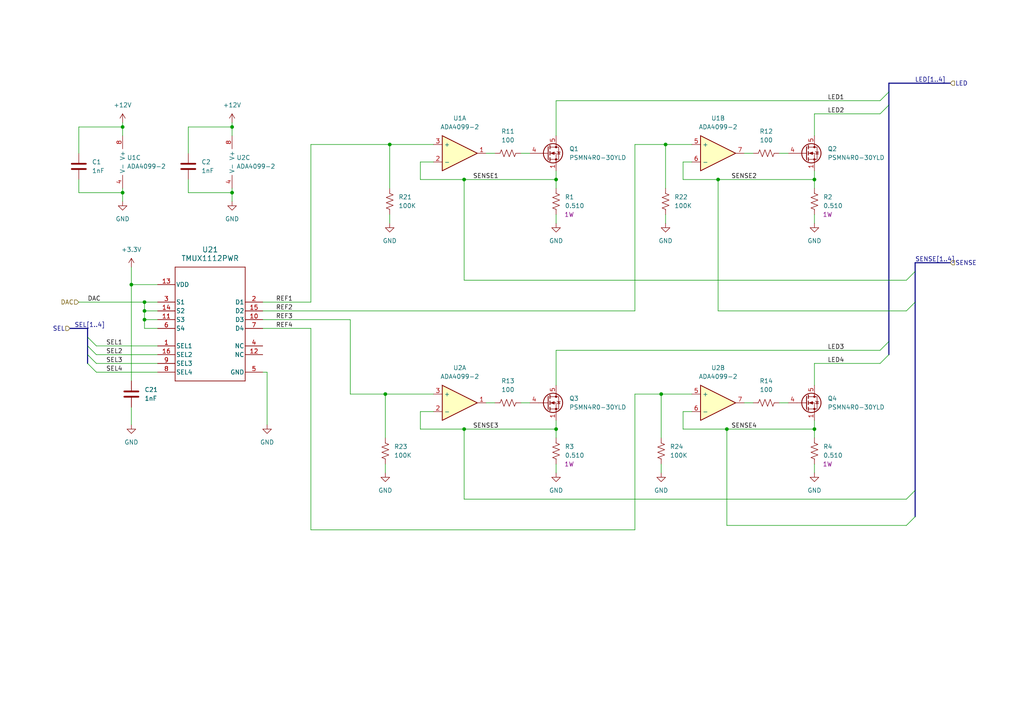
<source format=kicad_sch>
(kicad_sch (version 20230121) (generator eeschema)

  (uuid c3956a63-19a8-4871-bcc4-a8027404789b)

  (paper "A4")

  (lib_symbols
    (symbol "Device:C" (pin_numbers hide) (pin_names (offset 0.254)) (in_bom yes) (on_board yes)
      (property "Reference" "C" (at 0.635 2.54 0)
        (effects (font (size 1.27 1.27)) (justify left))
      )
      (property "Value" "C" (at 0.635 -2.54 0)
        (effects (font (size 1.27 1.27)) (justify left))
      )
      (property "Footprint" "" (at 0.9652 -3.81 0)
        (effects (font (size 1.27 1.27)) hide)
      )
      (property "Datasheet" "~" (at 0 0 0)
        (effects (font (size 1.27 1.27)) hide)
      )
      (property "ki_keywords" "cap capacitor" (at 0 0 0)
        (effects (font (size 1.27 1.27)) hide)
      )
      (property "ki_description" "Unpolarized capacitor" (at 0 0 0)
        (effects (font (size 1.27 1.27)) hide)
      )
      (property "ki_fp_filters" "C_*" (at 0 0 0)
        (effects (font (size 1.27 1.27)) hide)
      )
      (symbol "C_0_1"
        (polyline
          (pts
            (xy -2.032 -0.762)
            (xy 2.032 -0.762)
          )
          (stroke (width 0.508) (type default))
          (fill (type none))
        )
        (polyline
          (pts
            (xy -2.032 0.762)
            (xy 2.032 0.762)
          )
          (stroke (width 0.508) (type default))
          (fill (type none))
        )
      )
      (symbol "C_1_1"
        (pin passive line (at 0 3.81 270) (length 2.794)
          (name "~" (effects (font (size 1.27 1.27))))
          (number "1" (effects (font (size 1.27 1.27))))
        )
        (pin passive line (at 0 -3.81 90) (length 2.794)
          (name "~" (effects (font (size 1.27 1.27))))
          (number "2" (effects (font (size 1.27 1.27))))
        )
      )
    )
    (symbol "Device:Opamp_Dual" (in_bom yes) (on_board yes)
      (property "Reference" "U" (at 0 5.08 0)
        (effects (font (size 1.27 1.27)) (justify left))
      )
      (property "Value" "Opamp_Dual" (at 0 -5.08 0)
        (effects (font (size 1.27 1.27)) (justify left))
      )
      (property "Footprint" "" (at 0 0 0)
        (effects (font (size 1.27 1.27)) hide)
      )
      (property "Datasheet" "~" (at 0 0 0)
        (effects (font (size 1.27 1.27)) hide)
      )
      (property "ki_locked" "" (at 0 0 0)
        (effects (font (size 1.27 1.27)))
      )
      (property "ki_keywords" "dual opamp" (at 0 0 0)
        (effects (font (size 1.27 1.27)) hide)
      )
      (property "ki_description" "Dual operational amplifier" (at 0 0 0)
        (effects (font (size 1.27 1.27)) hide)
      )
      (property "ki_fp_filters" "SOIC*3.9x4.9mm*P1.27mm* DIP*W7.62mm* MSOP*3x3mm*P0.65mm* SSOP*2.95x2.8mm*P0.65mm* TSSOP*3x3mm*P0.65mm* VSSOP*P0.5mm* TO?99*" (at 0 0 0)
        (effects (font (size 1.27 1.27)) hide)
      )
      (symbol "Opamp_Dual_1_1"
        (polyline
          (pts
            (xy -5.08 5.08)
            (xy 5.08 0)
            (xy -5.08 -5.08)
            (xy -5.08 5.08)
          )
          (stroke (width 0.254) (type default))
          (fill (type background))
        )
        (pin output line (at 7.62 0 180) (length 2.54)
          (name "~" (effects (font (size 1.27 1.27))))
          (number "1" (effects (font (size 1.27 1.27))))
        )
        (pin input line (at -7.62 -2.54 0) (length 2.54)
          (name "-" (effects (font (size 1.27 1.27))))
          (number "2" (effects (font (size 1.27 1.27))))
        )
        (pin input line (at -7.62 2.54 0) (length 2.54)
          (name "+" (effects (font (size 1.27 1.27))))
          (number "3" (effects (font (size 1.27 1.27))))
        )
      )
      (symbol "Opamp_Dual_2_1"
        (polyline
          (pts
            (xy -5.08 5.08)
            (xy 5.08 0)
            (xy -5.08 -5.08)
            (xy -5.08 5.08)
          )
          (stroke (width 0.254) (type default))
          (fill (type background))
        )
        (pin input line (at -7.62 2.54 0) (length 2.54)
          (name "+" (effects (font (size 1.27 1.27))))
          (number "5" (effects (font (size 1.27 1.27))))
        )
        (pin input line (at -7.62 -2.54 0) (length 2.54)
          (name "-" (effects (font (size 1.27 1.27))))
          (number "6" (effects (font (size 1.27 1.27))))
        )
        (pin output line (at 7.62 0 180) (length 2.54)
          (name "~" (effects (font (size 1.27 1.27))))
          (number "7" (effects (font (size 1.27 1.27))))
        )
      )
      (symbol "Opamp_Dual_3_1"
        (pin power_in line (at -2.54 -7.62 90) (length 3.81)
          (name "V-" (effects (font (size 1.27 1.27))))
          (number "4" (effects (font (size 1.27 1.27))))
        )
        (pin power_in line (at -2.54 7.62 270) (length 3.81)
          (name "V+" (effects (font (size 1.27 1.27))))
          (number "8" (effects (font (size 1.27 1.27))))
        )
      )
    )
    (symbol "Device:R_US" (pin_numbers hide) (pin_names (offset 0)) (in_bom yes) (on_board yes)
      (property "Reference" "R" (at 2.54 0 90)
        (effects (font (size 1.27 1.27)))
      )
      (property "Value" "R_US" (at -2.54 0 90)
        (effects (font (size 1.27 1.27)))
      )
      (property "Footprint" "" (at 1.016 -0.254 90)
        (effects (font (size 1.27 1.27)) hide)
      )
      (property "Datasheet" "~" (at 0 0 0)
        (effects (font (size 1.27 1.27)) hide)
      )
      (property "ki_keywords" "R res resistor" (at 0 0 0)
        (effects (font (size 1.27 1.27)) hide)
      )
      (property "ki_description" "Resistor, US symbol" (at 0 0 0)
        (effects (font (size 1.27 1.27)) hide)
      )
      (property "ki_fp_filters" "R_*" (at 0 0 0)
        (effects (font (size 1.27 1.27)) hide)
      )
      (symbol "R_US_0_1"
        (polyline
          (pts
            (xy 0 -2.286)
            (xy 0 -2.54)
          )
          (stroke (width 0) (type default))
          (fill (type none))
        )
        (polyline
          (pts
            (xy 0 2.286)
            (xy 0 2.54)
          )
          (stroke (width 0) (type default))
          (fill (type none))
        )
        (polyline
          (pts
            (xy 0 -0.762)
            (xy 1.016 -1.143)
            (xy 0 -1.524)
            (xy -1.016 -1.905)
            (xy 0 -2.286)
          )
          (stroke (width 0) (type default))
          (fill (type none))
        )
        (polyline
          (pts
            (xy 0 0.762)
            (xy 1.016 0.381)
            (xy 0 0)
            (xy -1.016 -0.381)
            (xy 0 -0.762)
          )
          (stroke (width 0) (type default))
          (fill (type none))
        )
        (polyline
          (pts
            (xy 0 2.286)
            (xy 1.016 1.905)
            (xy 0 1.524)
            (xy -1.016 1.143)
            (xy 0 0.762)
          )
          (stroke (width 0) (type default))
          (fill (type none))
        )
      )
      (symbol "R_US_1_1"
        (pin passive line (at 0 3.81 270) (length 1.27)
          (name "~" (effects (font (size 1.27 1.27))))
          (number "1" (effects (font (size 1.27 1.27))))
        )
        (pin passive line (at 0 -3.81 90) (length 1.27)
          (name "~" (effects (font (size 1.27 1.27))))
          (number "2" (effects (font (size 1.27 1.27))))
        )
      )
    )
    (symbol "TMUX1112PWR:TMUX1112PWR" (pin_names (offset 0.254)) (in_bom yes) (on_board yes)
      (property "Reference" "U" (at 0 2.54 0)
        (effects (font (size 1.524 1.524)))
      )
      (property "Value" "TMUX1112PWR" (at 0 0 0)
        (effects (font (size 1.524 1.524)))
      )
      (property "Footprint" "PW0016A-IPC_A" (at 0 0 0)
        (effects (font (size 1.27 1.27) italic) hide)
      )
      (property "Datasheet" "TMUX1112PWR" (at 0 0 0)
        (effects (font (size 1.27 1.27) italic) hide)
      )
      (property "ki_locked" "" (at 0 0 0)
        (effects (font (size 1.27 1.27)))
      )
      (property "ki_keywords" "TMUX1112PWR" (at 0 0 0)
        (effects (font (size 1.27 1.27)) hide)
      )
      (property "ki_fp_filters" "PW0016A-IPC_A PW0016A-IPC_B PW0016A-IPC_C PW0016A-MFG" (at 0 0 0)
        (effects (font (size 1.27 1.27)) hide)
      )
      (symbol "TMUX1112PWR_0_1"
        (polyline
          (pts
            (xy 5.08 -27.94)
            (xy 25.4 -27.94)
          )
          (stroke (width 0.2032) (type default))
          (fill (type none))
        )
        (polyline
          (pts
            (xy 5.08 5.08)
            (xy 5.08 -27.94)
          )
          (stroke (width 0.2032) (type default))
          (fill (type none))
        )
        (polyline
          (pts
            (xy 25.4 -27.94)
            (xy 25.4 5.08)
          )
          (stroke (width 0.2032) (type default))
          (fill (type none))
        )
        (polyline
          (pts
            (xy 25.4 5.08)
            (xy 5.08 5.08)
          )
          (stroke (width 0.2032) (type default))
          (fill (type none))
        )
        (pin input line (at 0 -17.78 0) (length 5.08)
          (name "SEL1" (effects (font (size 1.27 1.27))))
          (number "1" (effects (font (size 1.27 1.27))))
        )
        (pin bidirectional line (at 30.48 -10.16 180) (length 5.08)
          (name "D3" (effects (font (size 1.27 1.27))))
          (number "10" (effects (font (size 1.27 1.27))))
        )
        (pin bidirectional line (at 0 -10.16 0) (length 5.08)
          (name "S3" (effects (font (size 1.27 1.27))))
          (number "11" (effects (font (size 1.27 1.27))))
        )
        (pin unspecified line (at 30.48 -20.32 180) (length 5.08)
          (name "NC" (effects (font (size 1.27 1.27))))
          (number "12" (effects (font (size 1.27 1.27))))
        )
        (pin power_in line (at 0 0 0) (length 5.08)
          (name "VDD" (effects (font (size 1.27 1.27))))
          (number "13" (effects (font (size 1.27 1.27))))
        )
        (pin bidirectional line (at 0 -7.62 0) (length 5.08)
          (name "S2" (effects (font (size 1.27 1.27))))
          (number "14" (effects (font (size 1.27 1.27))))
        )
        (pin bidirectional line (at 30.48 -7.62 180) (length 5.08)
          (name "D2" (effects (font (size 1.27 1.27))))
          (number "15" (effects (font (size 1.27 1.27))))
        )
        (pin input line (at 0 -20.32 0) (length 5.08)
          (name "SEL2" (effects (font (size 1.27 1.27))))
          (number "16" (effects (font (size 1.27 1.27))))
        )
        (pin bidirectional line (at 30.48 -5.08 180) (length 5.08)
          (name "D1" (effects (font (size 1.27 1.27))))
          (number "2" (effects (font (size 1.27 1.27))))
        )
        (pin bidirectional line (at 0 -5.08 0) (length 5.08)
          (name "S1" (effects (font (size 1.27 1.27))))
          (number "3" (effects (font (size 1.27 1.27))))
        )
        (pin unspecified line (at 30.48 -17.78 180) (length 5.08)
          (name "NC" (effects (font (size 1.27 1.27))))
          (number "4" (effects (font (size 1.27 1.27))))
        )
        (pin power_in line (at 30.48 -25.4 180) (length 5.08)
          (name "GND" (effects (font (size 1.27 1.27))))
          (number "5" (effects (font (size 1.27 1.27))))
        )
        (pin bidirectional line (at 0 -12.7 0) (length 5.08)
          (name "S4" (effects (font (size 1.27 1.27))))
          (number "6" (effects (font (size 1.27 1.27))))
        )
        (pin bidirectional line (at 30.48 -12.7 180) (length 5.08)
          (name "D4" (effects (font (size 1.27 1.27))))
          (number "7" (effects (font (size 1.27 1.27))))
        )
        (pin input line (at 0 -25.4 0) (length 5.08)
          (name "SEL4" (effects (font (size 1.27 1.27))))
          (number "8" (effects (font (size 1.27 1.27))))
        )
        (pin input line (at 0 -22.86 0) (length 5.08)
          (name "SEL3" (effects (font (size 1.27 1.27))))
          (number "9" (effects (font (size 1.27 1.27))))
        )
      )
    )
    (symbol "Transistor_FET:PSMN5R2-60YL" (pin_names hide) (in_bom yes) (on_board yes)
      (property "Reference" "Q" (at 6.35 2.54 0)
        (effects (font (size 1.27 1.27)))
      )
      (property "Value" "PSMN5R2-60YL" (at 12.7 0 0)
        (effects (font (size 1.27 1.27)))
      )
      (property "Footprint" "Package_TO_SOT_SMD:LFPAK56" (at 3.81 0 0)
        (effects (font (size 1.27 1.27)) hide)
      )
      (property "Datasheet" "https://assets.nexperia.com/documents/data-sheet/PSMN5R2-60YL.pdf" (at 0 0 0)
        (effects (font (size 1.27 1.27)) hide)
      )
      (property "ki_keywords" "N-Channel MOSFET" (at 0 0 0)
        (effects (font (size 1.27 1.27)) hide)
      )
      (property "ki_description" "100A, 60V Vds, N-Channel MOSFET, 5.2mOhm Ron, LFPAK56" (at 0 0 0)
        (effects (font (size 1.27 1.27)) hide)
      )
      (property "ki_fp_filters" "LFPAK56*" (at 0 0 0)
        (effects (font (size 1.27 1.27)) hide)
      )
      (symbol "PSMN5R2-60YL_0_1"
        (polyline
          (pts
            (xy 0.254 0)
            (xy -2.54 0)
          )
          (stroke (width 0) (type default))
          (fill (type none))
        )
        (polyline
          (pts
            (xy 0.254 1.905)
            (xy 0.254 -1.905)
          )
          (stroke (width 0.254) (type default))
          (fill (type none))
        )
        (polyline
          (pts
            (xy 0.762 -1.27)
            (xy 0.762 -2.286)
          )
          (stroke (width 0.254) (type default))
          (fill (type none))
        )
        (polyline
          (pts
            (xy 0.762 0.508)
            (xy 0.762 -0.508)
          )
          (stroke (width 0.254) (type default))
          (fill (type none))
        )
        (polyline
          (pts
            (xy 0.762 2.286)
            (xy 0.762 1.27)
          )
          (stroke (width 0.254) (type default))
          (fill (type none))
        )
        (polyline
          (pts
            (xy 2.54 2.54)
            (xy 2.54 1.778)
          )
          (stroke (width 0) (type default))
          (fill (type none))
        )
        (polyline
          (pts
            (xy 2.54 -2.54)
            (xy 2.54 0)
            (xy 0.762 0)
          )
          (stroke (width 0) (type default))
          (fill (type none))
        )
        (polyline
          (pts
            (xy 0.762 -1.778)
            (xy 3.302 -1.778)
            (xy 3.302 1.778)
            (xy 0.762 1.778)
          )
          (stroke (width 0) (type default))
          (fill (type none))
        )
        (polyline
          (pts
            (xy 1.016 0)
            (xy 2.032 0.381)
            (xy 2.032 -0.381)
            (xy 1.016 0)
          )
          (stroke (width 0) (type default))
          (fill (type outline))
        )
        (polyline
          (pts
            (xy 2.794 0.508)
            (xy 2.921 0.381)
            (xy 3.683 0.381)
            (xy 3.81 0.254)
          )
          (stroke (width 0) (type default))
          (fill (type none))
        )
        (polyline
          (pts
            (xy 3.302 0.381)
            (xy 2.921 -0.254)
            (xy 3.683 -0.254)
            (xy 3.302 0.381)
          )
          (stroke (width 0) (type default))
          (fill (type none))
        )
        (circle (center 1.651 0) (radius 2.794)
          (stroke (width 0.254) (type default))
          (fill (type none))
        )
        (circle (center 2.54 -1.778) (radius 0.254)
          (stroke (width 0) (type default))
          (fill (type outline))
        )
        (circle (center 2.54 1.778) (radius 0.254)
          (stroke (width 0) (type default))
          (fill (type outline))
        )
      )
      (symbol "PSMN5R2-60YL_1_1"
        (pin passive line (at 2.54 -5.08 90) (length 2.54)
          (name "S" (effects (font (size 1.27 1.27))))
          (number "1" (effects (font (size 1.27 1.27))))
        )
        (pin passive line (at 2.54 -5.08 90) (length 2.54) hide
          (name "S" (effects (font (size 1.27 1.27))))
          (number "2" (effects (font (size 1.27 1.27))))
        )
        (pin passive line (at 2.54 -5.08 90) (length 2.54) hide
          (name "S" (effects (font (size 1.27 1.27))))
          (number "3" (effects (font (size 1.27 1.27))))
        )
        (pin passive line (at -5.08 0 0) (length 2.54)
          (name "G" (effects (font (size 1.27 1.27))))
          (number "4" (effects (font (size 1.27 1.27))))
        )
        (pin passive line (at 2.54 5.08 270) (length 2.54)
          (name "D" (effects (font (size 1.27 1.27))))
          (number "5" (effects (font (size 1.27 1.27))))
        )
      )
    )
    (symbol "power:+12V" (power) (pin_names (offset 0)) (in_bom yes) (on_board yes)
      (property "Reference" "#PWR" (at 0 -3.81 0)
        (effects (font (size 1.27 1.27)) hide)
      )
      (property "Value" "+12V" (at 0 3.556 0)
        (effects (font (size 1.27 1.27)))
      )
      (property "Footprint" "" (at 0 0 0)
        (effects (font (size 1.27 1.27)) hide)
      )
      (property "Datasheet" "" (at 0 0 0)
        (effects (font (size 1.27 1.27)) hide)
      )
      (property "ki_keywords" "global power" (at 0 0 0)
        (effects (font (size 1.27 1.27)) hide)
      )
      (property "ki_description" "Power symbol creates a global label with name \"+12V\"" (at 0 0 0)
        (effects (font (size 1.27 1.27)) hide)
      )
      (symbol "+12V_0_1"
        (polyline
          (pts
            (xy -0.762 1.27)
            (xy 0 2.54)
          )
          (stroke (width 0) (type default))
          (fill (type none))
        )
        (polyline
          (pts
            (xy 0 0)
            (xy 0 2.54)
          )
          (stroke (width 0) (type default))
          (fill (type none))
        )
        (polyline
          (pts
            (xy 0 2.54)
            (xy 0.762 1.27)
          )
          (stroke (width 0) (type default))
          (fill (type none))
        )
      )
      (symbol "+12V_1_1"
        (pin power_in line (at 0 0 90) (length 0) hide
          (name "+12V" (effects (font (size 1.27 1.27))))
          (number "1" (effects (font (size 1.27 1.27))))
        )
      )
    )
    (symbol "power:+3.3V" (power) (pin_names (offset 0)) (in_bom yes) (on_board yes)
      (property "Reference" "#PWR" (at 0 -3.81 0)
        (effects (font (size 1.27 1.27)) hide)
      )
      (property "Value" "+3.3V" (at 0 3.556 0)
        (effects (font (size 1.27 1.27)))
      )
      (property "Footprint" "" (at 0 0 0)
        (effects (font (size 1.27 1.27)) hide)
      )
      (property "Datasheet" "" (at 0 0 0)
        (effects (font (size 1.27 1.27)) hide)
      )
      (property "ki_keywords" "global power" (at 0 0 0)
        (effects (font (size 1.27 1.27)) hide)
      )
      (property "ki_description" "Power symbol creates a global label with name \"+3.3V\"" (at 0 0 0)
        (effects (font (size 1.27 1.27)) hide)
      )
      (symbol "+3.3V_0_1"
        (polyline
          (pts
            (xy -0.762 1.27)
            (xy 0 2.54)
          )
          (stroke (width 0) (type default))
          (fill (type none))
        )
        (polyline
          (pts
            (xy 0 0)
            (xy 0 2.54)
          )
          (stroke (width 0) (type default))
          (fill (type none))
        )
        (polyline
          (pts
            (xy 0 2.54)
            (xy 0.762 1.27)
          )
          (stroke (width 0) (type default))
          (fill (type none))
        )
      )
      (symbol "+3.3V_1_1"
        (pin power_in line (at 0 0 90) (length 0) hide
          (name "+3.3V" (effects (font (size 1.27 1.27))))
          (number "1" (effects (font (size 1.27 1.27))))
        )
      )
    )
    (symbol "power:GND" (power) (pin_names (offset 0)) (in_bom yes) (on_board yes)
      (property "Reference" "#PWR" (at 0 -6.35 0)
        (effects (font (size 1.27 1.27)) hide)
      )
      (property "Value" "GND" (at 0 -3.81 0)
        (effects (font (size 1.27 1.27)))
      )
      (property "Footprint" "" (at 0 0 0)
        (effects (font (size 1.27 1.27)) hide)
      )
      (property "Datasheet" "" (at 0 0 0)
        (effects (font (size 1.27 1.27)) hide)
      )
      (property "ki_keywords" "global power" (at 0 0 0)
        (effects (font (size 1.27 1.27)) hide)
      )
      (property "ki_description" "Power symbol creates a global label with name \"GND\" , ground" (at 0 0 0)
        (effects (font (size 1.27 1.27)) hide)
      )
      (symbol "GND_0_1"
        (polyline
          (pts
            (xy 0 0)
            (xy 0 -1.27)
            (xy 1.27 -1.27)
            (xy 0 -2.54)
            (xy -1.27 -1.27)
            (xy 0 -1.27)
          )
          (stroke (width 0) (type default))
          (fill (type none))
        )
      )
      (symbol "GND_1_1"
        (pin power_in line (at 0 0 270) (length 0) hide
          (name "GND" (effects (font (size 1.27 1.27))))
          (number "1" (effects (font (size 1.27 1.27))))
        )
      )
    )
  )

  (junction (at 111.76 114.3) (diameter 0) (color 0 0 0 0)
    (uuid 25b6749f-8270-4c10-9f35-987ec8bf0091)
  )
  (junction (at 41.91 92.71) (diameter 0) (color 0 0 0 0)
    (uuid 33f979a4-0940-477f-af90-10f6d35f3e81)
  )
  (junction (at 41.91 87.63) (diameter 0) (color 0 0 0 0)
    (uuid 415c3f76-51e5-4b36-9f22-6aed410acfc1)
  )
  (junction (at 35.56 36.83) (diameter 0) (color 0 0 0 0)
    (uuid 60e20e65-2c65-4a1a-9019-8ff2695e99ab)
  )
  (junction (at 67.31 36.83) (diameter 0) (color 0 0 0 0)
    (uuid 618692cd-709d-4988-acb5-02172be4caae)
  )
  (junction (at 161.29 124.46) (diameter 0) (color 0 0 0 0)
    (uuid 665c0331-12ca-4ec6-9ec9-d6be7fc3a3b5)
  )
  (junction (at 38.1 82.55) (diameter 0) (color 0 0 0 0)
    (uuid 68152817-a5a1-47b1-8051-3ebb5309a3ed)
  )
  (junction (at 134.62 124.46) (diameter 0) (color 0 0 0 0)
    (uuid 6aef5b5a-3124-4a0d-bf7b-f5a5093b33a9)
  )
  (junction (at 134.62 52.07) (diameter 0) (color 0 0 0 0)
    (uuid 6fefe69b-0c85-48af-a437-fef6d2ce1e11)
  )
  (junction (at 236.22 124.46) (diameter 0) (color 0 0 0 0)
    (uuid 82661338-6778-4411-8139-14dea28570f9)
  )
  (junction (at 67.31 55.88) (diameter 0) (color 0 0 0 0)
    (uuid 8d1906b6-7f7b-4c2e-954f-8f2e63649bcd)
  )
  (junction (at 193.04 41.91) (diameter 0) (color 0 0 0 0)
    (uuid b4bd4788-37da-4575-a41e-01ed32382817)
  )
  (junction (at 161.29 52.07) (diameter 0) (color 0 0 0 0)
    (uuid c4dc0bc6-42ff-4cb0-91b7-5b0ea769a92e)
  )
  (junction (at 191.77 114.3) (diameter 0) (color 0 0 0 0)
    (uuid d071b345-fcfb-4121-b915-965493dbf34a)
  )
  (junction (at 236.22 52.07) (diameter 0) (color 0 0 0 0)
    (uuid dcbec7c8-7de7-4971-8087-fbca9497a00c)
  )
  (junction (at 35.56 55.88) (diameter 0) (color 0 0 0 0)
    (uuid e432c4cf-ad1d-4e54-9e5a-50d6d4e69b33)
  )
  (junction (at 41.91 90.17) (diameter 0) (color 0 0 0 0)
    (uuid e478b7fe-444e-4040-841d-b26104ba401a)
  )
  (junction (at 113.03 41.91) (diameter 0) (color 0 0 0 0)
    (uuid f78e2946-0eba-42a5-905a-b31f93b1191b)
  )
  (junction (at 210.82 124.46) (diameter 0) (color 0 0 0 0)
    (uuid f92a93c7-5891-4c72-aac7-a7ba203414a6)
  )
  (junction (at 208.28 52.07) (diameter 0) (color 0 0 0 0)
    (uuid fe4133c7-c188-4d16-9fc1-3544afcc16ce)
  )

  (bus_entry (at 257.81 102.87) (size -2.54 2.54)
    (stroke (width 0) (type default))
    (uuid 044fc97b-21c7-4c72-8834-27914fc77198)
  )
  (bus_entry (at 257.81 30.48) (size -2.54 2.54)
    (stroke (width 0) (type default))
    (uuid 12c017b5-efed-4665-8afa-ce235d57e050)
  )
  (bus_entry (at 262.89 90.17) (size 2.54 -2.54)
    (stroke (width 0) (type default))
    (uuid 23fd2264-d6ce-4304-9558-78b682fbb5ad)
  )
  (bus_entry (at 262.89 144.78) (size 2.54 -2.54)
    (stroke (width 0) (type default))
    (uuid 40f79f04-7749-4f4c-9ad5-c22a93c557ce)
  )
  (bus_entry (at 262.89 152.4) (size 2.54 -2.54)
    (stroke (width 0) (type default))
    (uuid 4a99e291-91de-422a-b33b-b82d694335ca)
  )
  (bus_entry (at 25.4 105.41) (size 2.54 2.54)
    (stroke (width 0) (type default))
    (uuid 624ab7b6-de31-4be2-8967-e2ac7773e3e0)
  )
  (bus_entry (at 25.4 97.79) (size 2.54 2.54)
    (stroke (width 0) (type default))
    (uuid 719a7285-74b2-4279-9f28-9f10ab06c5ca)
  )
  (bus_entry (at 257.81 26.67) (size -2.54 2.54)
    (stroke (width 0) (type default))
    (uuid 7c2b6d64-bde8-4a17-806f-e8173b3a0cb9)
  )
  (bus_entry (at 257.81 99.06) (size -2.54 2.54)
    (stroke (width 0) (type default))
    (uuid 7e28eb85-dd57-4363-ada2-f61c83fddf02)
  )
  (bus_entry (at 262.89 81.28) (size 2.54 -2.54)
    (stroke (width 0) (type default))
    (uuid a05d1a5f-e1f1-4b52-a790-76044db0f7cf)
  )
  (bus_entry (at 25.4 100.33) (size 2.54 2.54)
    (stroke (width 0) (type default))
    (uuid b95b3007-a0a4-446a-8fd1-aa22dc9e3a4d)
  )
  (bus_entry (at 25.4 102.87) (size 2.54 2.54)
    (stroke (width 0) (type default))
    (uuid d80fbc3b-6ab0-4848-abb9-f06b6c88b88d)
  )

  (wire (pts (xy 45.72 95.25) (xy 41.91 95.25))
    (stroke (width 0) (type default))
    (uuid 010a22f4-ec3b-4a87-98db-662cd0f0e1e8)
  )
  (bus (pts (xy 275.59 24.13) (xy 257.81 24.13))
    (stroke (width 0) (type default))
    (uuid 04675b6b-57e8-4dd0-a201-687269b140af)
  )

  (wire (pts (xy 121.92 119.38) (xy 125.73 119.38))
    (stroke (width 0) (type default))
    (uuid 04e2962b-19f7-4d0a-b540-054e17f1f2bd)
  )
  (wire (pts (xy 27.94 105.41) (xy 45.72 105.41))
    (stroke (width 0) (type default))
    (uuid 04f1a2e1-763f-432b-87b5-f3e98c2edc1a)
  )
  (wire (pts (xy 193.04 62.23) (xy 193.04 64.77))
    (stroke (width 0) (type default))
    (uuid 0535ed42-3ab7-4622-b6ad-f7c54ee48eea)
  )
  (wire (pts (xy 198.12 124.46) (xy 198.12 119.38))
    (stroke (width 0) (type default))
    (uuid 057d3c9a-7418-4c6a-97dd-2abea9c8818e)
  )
  (wire (pts (xy 35.56 55.88) (xy 35.56 58.42))
    (stroke (width 0) (type default))
    (uuid 0668e0a9-92e5-4bce-a544-eb21394a6bb5)
  )
  (wire (pts (xy 236.22 134.62) (xy 236.22 137.16))
    (stroke (width 0) (type default))
    (uuid 0a710fb0-e0d0-4bf0-82f4-a3778032881f)
  )
  (wire (pts (xy 22.86 52.07) (xy 22.86 55.88))
    (stroke (width 0) (type default))
    (uuid 0c60c7e4-f288-4741-aace-908954f90f1f)
  )
  (wire (pts (xy 193.04 41.91) (xy 193.04 54.61))
    (stroke (width 0) (type default))
    (uuid 0d67888b-b48f-4466-9c9a-b20250d174b6)
  )
  (bus (pts (xy 257.81 26.67) (xy 257.81 30.48))
    (stroke (width 0) (type default))
    (uuid 0f1dec7e-9914-4eef-a392-25bb7a5bb27c)
  )

  (wire (pts (xy 35.56 35.56) (xy 35.56 36.83))
    (stroke (width 0) (type default))
    (uuid 0ff45681-4e4a-4cc8-8b64-09089c7e9c27)
  )
  (wire (pts (xy 22.86 87.63) (xy 41.91 87.63))
    (stroke (width 0) (type default))
    (uuid 1057dc61-9301-4cbe-b540-c3b9782e077d)
  )
  (wire (pts (xy 67.31 54.61) (xy 67.31 55.88))
    (stroke (width 0) (type default))
    (uuid 116aa20b-a347-4b9d-84e5-fc5ce46781f6)
  )
  (wire (pts (xy 27.94 107.95) (xy 45.72 107.95))
    (stroke (width 0) (type default))
    (uuid 127736fe-005b-44f1-8e80-7b1677ba8298)
  )
  (wire (pts (xy 76.2 107.95) (xy 77.47 107.95))
    (stroke (width 0) (type default))
    (uuid 1387838c-19bc-479f-a687-9c49424d78e7)
  )
  (bus (pts (xy 265.43 76.2) (xy 265.43 78.74))
    (stroke (width 0) (type default))
    (uuid 145d9aa9-ccec-48a9-9067-c7ca9dddf9f7)
  )

  (wire (pts (xy 140.97 116.84) (xy 143.51 116.84))
    (stroke (width 0) (type default))
    (uuid 163ba704-66ad-473f-9d6f-92300a65160b)
  )
  (wire (pts (xy 161.29 134.62) (xy 161.29 137.16))
    (stroke (width 0) (type default))
    (uuid 1d2f7561-4fe2-413b-8dc4-509658ed7802)
  )
  (wire (pts (xy 140.97 44.45) (xy 143.51 44.45))
    (stroke (width 0) (type default))
    (uuid 1f91c499-2f59-4ca4-bf2a-9f606500076c)
  )
  (wire (pts (xy 208.28 52.07) (xy 236.22 52.07))
    (stroke (width 0) (type default))
    (uuid 2057fede-fd7c-4aad-bfb4-22af5dfa7fa8)
  )
  (bus (pts (xy 25.4 102.87) (xy 25.4 105.41))
    (stroke (width 0) (type default))
    (uuid 22636f38-0a34-4e74-a5c0-7854ce6e3dc9)
  )

  (wire (pts (xy 191.77 114.3) (xy 200.66 114.3))
    (stroke (width 0) (type default))
    (uuid 2446a5ee-422b-4246-a6e4-6437d34c468d)
  )
  (wire (pts (xy 208.28 90.17) (xy 208.28 52.07))
    (stroke (width 0) (type default))
    (uuid 25611e2c-c82d-4474-aa8f-ec98d67540ca)
  )
  (wire (pts (xy 161.29 124.46) (xy 161.29 127))
    (stroke (width 0) (type default))
    (uuid 265fed78-341a-4d14-8b7b-04569ace1740)
  )
  (wire (pts (xy 35.56 55.88) (xy 22.86 55.88))
    (stroke (width 0) (type default))
    (uuid 28476dfb-270c-4ddf-8457-605d58bfc613)
  )
  (wire (pts (xy 67.31 55.88) (xy 67.31 58.42))
    (stroke (width 0) (type default))
    (uuid 28706427-2779-49f0-94c4-d0dc0ab78209)
  )
  (bus (pts (xy 20.32 95.25) (xy 25.4 95.25))
    (stroke (width 0) (type default))
    (uuid 28f99fc2-7626-4525-ab73-5d01476b1a85)
  )

  (wire (pts (xy 134.62 124.46) (xy 134.62 144.78))
    (stroke (width 0) (type default))
    (uuid 29617a6f-68ff-420d-8261-7be7b0d0a930)
  )
  (wire (pts (xy 111.76 114.3) (xy 125.73 114.3))
    (stroke (width 0) (type default))
    (uuid 2bddf2d2-2f18-4bf5-82b8-cb3728d4f11f)
  )
  (wire (pts (xy 54.61 52.07) (xy 54.61 55.88))
    (stroke (width 0) (type default))
    (uuid 2d28a586-76ac-4380-a348-d97cd68d3c5c)
  )
  (wire (pts (xy 134.62 124.46) (xy 121.92 124.46))
    (stroke (width 0) (type default))
    (uuid 3320f028-dd6e-4cc0-bff0-052e2e3bf453)
  )
  (wire (pts (xy 184.15 114.3) (xy 184.15 153.67))
    (stroke (width 0) (type default))
    (uuid 397a1887-e1b9-4539-ad06-cc8f90bd592c)
  )
  (wire (pts (xy 184.15 90.17) (xy 184.15 41.91))
    (stroke (width 0) (type default))
    (uuid 3a840775-07e1-4584-912b-b584e63abf7b)
  )
  (wire (pts (xy 41.91 87.63) (xy 45.72 87.63))
    (stroke (width 0) (type default))
    (uuid 422d0093-a5c6-4bbf-bac3-690057531659)
  )
  (wire (pts (xy 198.12 46.99) (xy 200.66 46.99))
    (stroke (width 0) (type default))
    (uuid 43b93c2f-7c23-4583-aed9-ae550d730ccd)
  )
  (wire (pts (xy 90.17 153.67) (xy 90.17 95.25))
    (stroke (width 0) (type default))
    (uuid 43ce340e-c62e-47d5-ac76-010548eef495)
  )
  (wire (pts (xy 161.29 49.53) (xy 161.29 52.07))
    (stroke (width 0) (type default))
    (uuid 43fec443-5816-4c17-8e84-63296decad0d)
  )
  (wire (pts (xy 22.86 36.83) (xy 35.56 36.83))
    (stroke (width 0) (type default))
    (uuid 45df91dc-d287-44f9-bedf-6b7cda77a172)
  )
  (wire (pts (xy 38.1 82.55) (xy 38.1 110.49))
    (stroke (width 0) (type default))
    (uuid 486d0329-b93d-4e74-8efa-2a7563b4a184)
  )
  (wire (pts (xy 38.1 77.47) (xy 38.1 82.55))
    (stroke (width 0) (type default))
    (uuid 48905386-7f4a-40e0-8640-c0c08255f15c)
  )
  (wire (pts (xy 67.31 36.83) (xy 67.31 39.37))
    (stroke (width 0) (type default))
    (uuid 49ab098c-0a0d-4b6d-873d-95834e66f8eb)
  )
  (bus (pts (xy 25.4 97.79) (xy 25.4 100.33))
    (stroke (width 0) (type default))
    (uuid 49d21244-98d5-4cbb-9492-ae6589c4c631)
  )
  (bus (pts (xy 265.43 76.2) (xy 275.59 76.2))
    (stroke (width 0) (type default))
    (uuid 4b7377ba-3ade-41b5-bc8d-6ab80d3fcce7)
  )

  (wire (pts (xy 90.17 41.91) (xy 90.17 87.63))
    (stroke (width 0) (type default))
    (uuid 4bbc541a-378c-483c-bc19-a343fab65c3c)
  )
  (wire (pts (xy 45.72 82.55) (xy 38.1 82.55))
    (stroke (width 0) (type default))
    (uuid 4e25fe32-f7bd-4c49-a0b3-70488fbb6e24)
  )
  (wire (pts (xy 236.22 62.23) (xy 236.22 64.77))
    (stroke (width 0) (type default))
    (uuid 4ee62cad-1e4d-491e-ba0f-d4319febb34c)
  )
  (bus (pts (xy 265.43 142.24) (xy 265.43 149.86))
    (stroke (width 0) (type default))
    (uuid 5112b584-4914-4c57-b4a1-3019cbf680ec)
  )

  (wire (pts (xy 215.9 44.45) (xy 218.44 44.45))
    (stroke (width 0) (type default))
    (uuid 51a71ead-dc37-4b32-87a0-68d928f21211)
  )
  (wire (pts (xy 161.29 101.6) (xy 255.27 101.6))
    (stroke (width 0) (type default))
    (uuid 5491ba69-6224-4940-9680-16d7c70b897c)
  )
  (wire (pts (xy 121.92 124.46) (xy 121.92 119.38))
    (stroke (width 0) (type default))
    (uuid 56130b99-ae46-4c92-938f-3446ce8c20ea)
  )
  (wire (pts (xy 41.91 87.63) (xy 41.91 90.17))
    (stroke (width 0) (type default))
    (uuid 57137775-24de-4ea1-91b6-53a96ab8214b)
  )
  (wire (pts (xy 113.03 62.23) (xy 113.03 64.77))
    (stroke (width 0) (type default))
    (uuid 582e65d8-b2b6-44a2-b690-bb8cf8aac377)
  )
  (wire (pts (xy 226.06 44.45) (xy 228.6 44.45))
    (stroke (width 0) (type default))
    (uuid 5ffac2f4-7b96-45c3-acc8-26d1a37c0f95)
  )
  (wire (pts (xy 121.92 46.99) (xy 125.73 46.99))
    (stroke (width 0) (type default))
    (uuid 66b2eea7-d77a-45ce-b099-2dcbefd262e7)
  )
  (wire (pts (xy 210.82 124.46) (xy 198.12 124.46))
    (stroke (width 0) (type default))
    (uuid 674978b4-2c33-46d7-8c62-80d589400047)
  )
  (wire (pts (xy 236.22 33.02) (xy 255.27 33.02))
    (stroke (width 0) (type default))
    (uuid 67e6c2c1-d511-41c1-a7af-081a50e27481)
  )
  (wire (pts (xy 215.9 116.84) (xy 218.44 116.84))
    (stroke (width 0) (type default))
    (uuid 6ca8a413-22f9-48b0-a50b-163a3e652787)
  )
  (wire (pts (xy 45.72 92.71) (xy 41.91 92.71))
    (stroke (width 0) (type default))
    (uuid 6e78a1b8-6af4-4395-85be-586cfa27b97b)
  )
  (wire (pts (xy 113.03 41.91) (xy 125.73 41.91))
    (stroke (width 0) (type default))
    (uuid 6f6af7e1-e678-48af-b802-e1eea9262f51)
  )
  (wire (pts (xy 210.82 124.46) (xy 210.82 152.4))
    (stroke (width 0) (type default))
    (uuid 7197c55c-8a6e-4b30-8635-2d99811ba266)
  )
  (wire (pts (xy 35.56 54.61) (xy 35.56 55.88))
    (stroke (width 0) (type default))
    (uuid 72c42ba6-fbeb-4f6f-832d-cc7575d94500)
  )
  (wire (pts (xy 111.76 134.62) (xy 111.76 137.16))
    (stroke (width 0) (type default))
    (uuid 74c168d4-7403-42c9-9205-0010340037d3)
  )
  (wire (pts (xy 236.22 124.46) (xy 236.22 127))
    (stroke (width 0) (type default))
    (uuid 753f1cba-68ad-49eb-a4f3-1e45903931f6)
  )
  (wire (pts (xy 134.62 81.28) (xy 262.89 81.28))
    (stroke (width 0) (type default))
    (uuid 75b45866-839b-461b-ae07-59432975805c)
  )
  (wire (pts (xy 161.29 62.23) (xy 161.29 64.77))
    (stroke (width 0) (type default))
    (uuid 781dc593-89b6-4266-90d7-0f64967ddf64)
  )
  (wire (pts (xy 35.56 36.83) (xy 35.56 39.37))
    (stroke (width 0) (type default))
    (uuid 78500b63-8fbe-4cd1-a155-d3241a64502b)
  )
  (bus (pts (xy 25.4 95.25) (xy 25.4 97.79))
    (stroke (width 0) (type default))
    (uuid 7dff4f12-f7e1-4bb2-8e57-18b74176d122)
  )

  (wire (pts (xy 161.29 111.76) (xy 161.29 101.6))
    (stroke (width 0) (type default))
    (uuid 7ee4b60d-2a19-4a2f-b35c-97f010a674ad)
  )
  (bus (pts (xy 257.81 30.48) (xy 257.81 99.06))
    (stroke (width 0) (type default))
    (uuid 7ef7cc7e-cb09-422b-896d-f384d10d5971)
  )

  (wire (pts (xy 76.2 90.17) (xy 184.15 90.17))
    (stroke (width 0) (type default))
    (uuid 800468dd-7192-4f46-803d-4b0b9e8cda6a)
  )
  (wire (pts (xy 76.2 87.63) (xy 90.17 87.63))
    (stroke (width 0) (type default))
    (uuid 83b556fa-e331-4c5d-9fb7-e27f3e2f7448)
  )
  (wire (pts (xy 113.03 41.91) (xy 90.17 41.91))
    (stroke (width 0) (type default))
    (uuid 86e9be9f-7fb5-4e53-a613-2bb78a562ede)
  )
  (wire (pts (xy 111.76 114.3) (xy 101.6 114.3))
    (stroke (width 0) (type default))
    (uuid 87136604-cc47-48c8-b59e-2ff40f6a6158)
  )
  (wire (pts (xy 45.72 90.17) (xy 41.91 90.17))
    (stroke (width 0) (type default))
    (uuid 8a7e4052-307c-42c9-93d1-633ab5d6bb81)
  )
  (wire (pts (xy 191.77 114.3) (xy 184.15 114.3))
    (stroke (width 0) (type default))
    (uuid 8bc4e43c-a540-4382-a6bf-8af18ae45540)
  )
  (wire (pts (xy 113.03 54.61) (xy 113.03 41.91))
    (stroke (width 0) (type default))
    (uuid 8f66a5bc-6140-46ea-a954-3aa17f097662)
  )
  (wire (pts (xy 236.22 49.53) (xy 236.22 52.07))
    (stroke (width 0) (type default))
    (uuid 916b8a13-8d8d-4aef-a85f-4da8ececd9a5)
  )
  (wire (pts (xy 101.6 114.3) (xy 101.6 92.71))
    (stroke (width 0) (type default))
    (uuid 925e7fb8-470d-480e-8aca-a11d7eff94b4)
  )
  (wire (pts (xy 76.2 92.71) (xy 101.6 92.71))
    (stroke (width 0) (type default))
    (uuid 9296666c-b83c-4021-b2e8-facae137d757)
  )
  (wire (pts (xy 236.22 39.37) (xy 236.22 33.02))
    (stroke (width 0) (type default))
    (uuid 94f51a66-5d4f-40aa-80cf-1e719a0ae1fb)
  )
  (wire (pts (xy 161.29 121.92) (xy 161.29 124.46))
    (stroke (width 0) (type default))
    (uuid 9814503c-8a15-41f3-89f6-3aeb690cc4d0)
  )
  (wire (pts (xy 184.15 41.91) (xy 193.04 41.91))
    (stroke (width 0) (type default))
    (uuid 98ab27b0-7aa0-4ea5-b999-96d59db6defb)
  )
  (wire (pts (xy 210.82 152.4) (xy 262.89 152.4))
    (stroke (width 0) (type default))
    (uuid 9c615387-5a1c-4613-ac17-bfddb190cb30)
  )
  (wire (pts (xy 191.77 134.62) (xy 191.77 137.16))
    (stroke (width 0) (type default))
    (uuid 9c6affea-f8d3-4eff-8ec8-3c1a87952ff6)
  )
  (wire (pts (xy 22.86 44.45) (xy 22.86 36.83))
    (stroke (width 0) (type default))
    (uuid 9c8170ac-bb5d-4f6c-924d-75648443fbbd)
  )
  (wire (pts (xy 54.61 36.83) (xy 67.31 36.83))
    (stroke (width 0) (type default))
    (uuid 9cd1b82b-5e9c-4925-9e86-f8b81da98788)
  )
  (wire (pts (xy 77.47 123.19) (xy 77.47 107.95))
    (stroke (width 0) (type default))
    (uuid 9d79b8aa-2b66-4c34-9a13-4bd1befa44c4)
  )
  (wire (pts (xy 191.77 127) (xy 191.77 114.3))
    (stroke (width 0) (type default))
    (uuid 9e44cdcf-ba07-4121-bf59-7e4f753cd698)
  )
  (wire (pts (xy 38.1 118.11) (xy 38.1 123.19))
    (stroke (width 0) (type default))
    (uuid 9ebf0c9a-e415-4cea-82e6-434d73f518ff)
  )
  (wire (pts (xy 67.31 35.56) (xy 67.31 36.83))
    (stroke (width 0) (type default))
    (uuid 9f494a28-6f8e-4e4f-949d-41c456a49249)
  )
  (wire (pts (xy 134.62 52.07) (xy 134.62 81.28))
    (stroke (width 0) (type default))
    (uuid a5e67b3c-6936-4d44-a106-616f5c826b58)
  )
  (wire (pts (xy 198.12 119.38) (xy 200.66 119.38))
    (stroke (width 0) (type default))
    (uuid a6cb7672-894d-42f4-89f9-089b9a5e4049)
  )
  (wire (pts (xy 41.91 90.17) (xy 41.91 92.71))
    (stroke (width 0) (type default))
    (uuid ab7b8703-bdcb-43a3-a6cd-7da77dea6968)
  )
  (wire (pts (xy 134.62 144.78) (xy 262.89 144.78))
    (stroke (width 0) (type default))
    (uuid af0619c0-0ae7-41d8-b7dd-c3bce99d3e58)
  )
  (wire (pts (xy 151.13 116.84) (xy 153.67 116.84))
    (stroke (width 0) (type default))
    (uuid b0d283b2-f7ba-4761-b6ca-2d673d311280)
  )
  (wire (pts (xy 200.66 41.91) (xy 193.04 41.91))
    (stroke (width 0) (type default))
    (uuid bad98585-a6a4-47db-9f07-c8feebe82aa0)
  )
  (wire (pts (xy 134.62 52.07) (xy 121.92 52.07))
    (stroke (width 0) (type default))
    (uuid bb9974fa-e3d4-44e7-a457-195388e3839e)
  )
  (wire (pts (xy 151.13 44.45) (xy 153.67 44.45))
    (stroke (width 0) (type default))
    (uuid bdc903cb-5c25-4c38-87bd-57034cac5e98)
  )
  (wire (pts (xy 198.12 52.07) (xy 208.28 52.07))
    (stroke (width 0) (type default))
    (uuid be55e40c-0816-4fa8-b51b-5f9e5ec96784)
  )
  (wire (pts (xy 161.29 124.46) (xy 134.62 124.46))
    (stroke (width 0) (type default))
    (uuid c400902a-7c36-40a5-8bd8-94bd8c17a21e)
  )
  (wire (pts (xy 236.22 52.07) (xy 236.22 54.61))
    (stroke (width 0) (type default))
    (uuid c5e1ece3-14f6-416d-8466-01a0ae1cb414)
  )
  (wire (pts (xy 226.06 116.84) (xy 228.6 116.84))
    (stroke (width 0) (type default))
    (uuid c923e827-bed5-49c5-88ca-90c2eb00fa34)
  )
  (wire (pts (xy 41.91 92.71) (xy 41.91 95.25))
    (stroke (width 0) (type default))
    (uuid caa787dc-6108-47db-8f22-03a996cc8db2)
  )
  (wire (pts (xy 236.22 124.46) (xy 210.82 124.46))
    (stroke (width 0) (type default))
    (uuid cd0773b6-6f84-402e-8596-9096665afd41)
  )
  (wire (pts (xy 76.2 95.25) (xy 90.17 95.25))
    (stroke (width 0) (type default))
    (uuid cd5db52b-8b24-4c01-b0b2-0112fcc718ac)
  )
  (wire (pts (xy 27.94 102.87) (xy 45.72 102.87))
    (stroke (width 0) (type default))
    (uuid cdd096a8-7c33-4d66-b646-57938b4ac080)
  )
  (wire (pts (xy 236.22 121.92) (xy 236.22 124.46))
    (stroke (width 0) (type default))
    (uuid cea3374c-7e06-4c11-9fd7-0a2a9771bba1)
  )
  (wire (pts (xy 262.89 90.17) (xy 208.28 90.17))
    (stroke (width 0) (type default))
    (uuid cff4b914-c102-401b-872a-f7ae24744cb0)
  )
  (wire (pts (xy 54.61 44.45) (xy 54.61 36.83))
    (stroke (width 0) (type default))
    (uuid d1aa261f-35fa-470b-b22c-8c70329cfc32)
  )
  (wire (pts (xy 236.22 105.41) (xy 255.27 105.41))
    (stroke (width 0) (type default))
    (uuid da33e478-0605-4a95-9f96-c7be7a32201d)
  )
  (wire (pts (xy 198.12 52.07) (xy 198.12 46.99))
    (stroke (width 0) (type default))
    (uuid da7fff58-a01d-4224-9566-be94fd88481c)
  )
  (wire (pts (xy 111.76 127) (xy 111.76 114.3))
    (stroke (width 0) (type default))
    (uuid de37152d-02b3-4b4b-9980-fcb71a813188)
  )
  (bus (pts (xy 25.4 100.33) (xy 25.4 102.87))
    (stroke (width 0) (type default))
    (uuid deb8c442-8cc1-4719-b37c-4c19f90bd2ba)
  )
  (bus (pts (xy 265.43 78.74) (xy 265.43 87.63))
    (stroke (width 0) (type default))
    (uuid df69e9a4-dca6-4da1-b78f-09e46207b997)
  )

  (wire (pts (xy 27.94 100.33) (xy 45.72 100.33))
    (stroke (width 0) (type default))
    (uuid e9118a58-aeb3-4f72-9f87-f49f286e44dc)
  )
  (wire (pts (xy 236.22 111.76) (xy 236.22 105.41))
    (stroke (width 0) (type default))
    (uuid e94c004c-3d08-4c27-9ab7-2fe5e37d8f73)
  )
  (wire (pts (xy 161.29 52.07) (xy 134.62 52.07))
    (stroke (width 0) (type default))
    (uuid ec4ebba8-43e1-4823-a19f-645fd3f91340)
  )
  (bus (pts (xy 257.81 24.13) (xy 257.81 26.67))
    (stroke (width 0) (type default))
    (uuid ef61983b-23ba-4e35-92ca-78b47f23b15b)
  )

  (wire (pts (xy 184.15 153.67) (xy 90.17 153.67))
    (stroke (width 0) (type default))
    (uuid efdd5d30-2755-4290-995f-a02700c71698)
  )
  (wire (pts (xy 161.29 39.37) (xy 161.29 29.21))
    (stroke (width 0) (type default))
    (uuid f07ece65-4888-481e-a4f5-89cb321e0eaa)
  )
  (wire (pts (xy 161.29 52.07) (xy 161.29 54.61))
    (stroke (width 0) (type default))
    (uuid f1b4ff9b-b499-47d4-9d9c-23223f6340df)
  )
  (wire (pts (xy 121.92 52.07) (xy 121.92 46.99))
    (stroke (width 0) (type default))
    (uuid f4af7910-9a91-4e67-adea-43b851ac3a6c)
  )
  (wire (pts (xy 161.29 29.21) (xy 255.27 29.21))
    (stroke (width 0) (type default))
    (uuid f5048979-6e72-4a07-8caa-2e332c9b5136)
  )
  (wire (pts (xy 67.31 55.88) (xy 54.61 55.88))
    (stroke (width 0) (type default))
    (uuid fe56c2ef-4eea-4576-bc82-8fab873c3423)
  )
  (bus (pts (xy 257.81 99.06) (xy 257.81 102.87))
    (stroke (width 0) (type default))
    (uuid fed38c8e-c375-4b01-8457-8dfea9e256ac)
  )
  (bus (pts (xy 265.43 87.63) (xy 265.43 142.24))
    (stroke (width 0) (type default))
    (uuid fffbed55-774b-46ba-9248-d8ce60f56489)
  )

  (label "LED[1..4]" (at 274.32 24.13 180) (fields_autoplaced)
    (effects (font (size 1.27 1.27)) (justify right bottom))
    (uuid 0ec2be60-8689-4d75-84ff-b62be2eb1fd1)
  )
  (label "SENSE[1..4]" (at 265.43 76.2 0) (fields_autoplaced)
    (effects (font (size 1.27 1.27)) (justify left bottom))
    (uuid 13494ef6-f1c4-477c-a809-65a76631290c)
  )
  (label "LED4" (at 240.03 105.41 0) (fields_autoplaced)
    (effects (font (size 1.27 1.27)) (justify left bottom))
    (uuid 13e8726c-be84-48c9-b980-186bb874a025)
  )
  (label "REF4" (at 80.01 95.25 0) (fields_autoplaced)
    (effects (font (size 1.27 1.27)) (justify left bottom))
    (uuid 2726c9b9-a2a1-4776-9e05-35d55135ccb4)
  )
  (label "SENSE4" (at 212.09 124.46 0) (fields_autoplaced)
    (effects (font (size 1.27 1.27)) (justify left bottom))
    (uuid 3e7bff09-b6ea-4c68-a719-ff934acefd1d)
  )
  (label "LED3" (at 240.03 101.6 0) (fields_autoplaced)
    (effects (font (size 1.27 1.27)) (justify left bottom))
    (uuid 4c5b55fe-3879-4170-ab2c-106818533d1f)
  )
  (label "REF3" (at 80.01 92.71 0) (fields_autoplaced)
    (effects (font (size 1.27 1.27)) (justify left bottom))
    (uuid 506da141-c0e1-4e5c-a9fc-b173ebe72a8d)
  )
  (label "SENSE1" (at 137.16 52.07 0) (fields_autoplaced)
    (effects (font (size 1.27 1.27)) (justify left bottom))
    (uuid 5bb0f43f-a8f1-494b-a9e2-bc3abd854069)
  )
  (label "SEL[1..4]" (at 21.59 95.25 0) (fields_autoplaced)
    (effects (font (size 1.27 1.27)) (justify left bottom))
    (uuid 61d73140-d9cc-4def-ab07-f93bfe13c66b)
  )
  (label "SEL3" (at 35.56 105.41 180) (fields_autoplaced)
    (effects (font (size 1.27 1.27)) (justify right bottom))
    (uuid 71441d0f-fb98-4dca-bd88-c849c4078935)
  )
  (label "LED1" (at 240.03 29.21 0) (fields_autoplaced)
    (effects (font (size 1.27 1.27)) (justify left bottom))
    (uuid 80eb0719-c51e-475d-b5ee-f1773a0b77d3)
  )
  (label "SEL1" (at 35.56 100.33 180) (fields_autoplaced)
    (effects (font (size 1.27 1.27)) (justify right bottom))
    (uuid 83234b52-a1c6-4a6a-8139-03441bb4fa7a)
  )
  (label "SENSE3" (at 137.16 124.46 0) (fields_autoplaced)
    (effects (font (size 1.27 1.27)) (justify left bottom))
    (uuid a03d3c98-e439-48b2-8e12-8995ac3a2700)
  )
  (label "SENSE2" (at 212.09 52.07 0) (fields_autoplaced)
    (effects (font (size 1.27 1.27)) (justify left bottom))
    (uuid a6325625-c3dc-4370-9dcc-7f63b4ff6819)
  )
  (label "LED2" (at 240.03 33.02 0) (fields_autoplaced)
    (effects (font (size 1.27 1.27)) (justify left bottom))
    (uuid b0081878-64f1-44e3-bc38-03aaa2455caa)
  )
  (label "REF1" (at 80.01 87.63 0) (fields_autoplaced)
    (effects (font (size 1.27 1.27)) (justify left bottom))
    (uuid b2a69341-ace8-4a07-9814-644318193cb5)
  )
  (label "SEL4" (at 35.56 107.95 180) (fields_autoplaced)
    (effects (font (size 1.27 1.27)) (justify right bottom))
    (uuid bcb850ad-8439-4823-83d7-a0e57c22a494)
  )
  (label "DAC" (at 25.4 87.63 0) (fields_autoplaced)
    (effects (font (size 1.27 1.27)) (justify left bottom))
    (uuid c83a3885-fef1-461a-957b-b4e815ca359a)
  )
  (label "SEL2" (at 35.56 102.87 180) (fields_autoplaced)
    (effects (font (size 1.27 1.27)) (justify right bottom))
    (uuid d39879cd-2f3a-4027-9e11-fe1dad5ed52b)
  )
  (label "REF2" (at 80.01 90.17 0) (fields_autoplaced)
    (effects (font (size 1.27 1.27)) (justify left bottom))
    (uuid e0377fa4-fe8a-41d1-a68a-ede013d4060a)
  )

  (hierarchical_label "SEL" (shape input) (at 20.32 95.25 180) (fields_autoplaced)
    (effects (font (size 1.27 1.27)) (justify right))
    (uuid 4f892bd4-981b-4fd0-aed7-7cae68d1c3ad)
  )
  (hierarchical_label "DAC" (shape input) (at 22.86 87.63 180) (fields_autoplaced)
    (effects (font (size 1.27 1.27)) (justify right))
    (uuid 57936c4c-f275-472a-819e-a5113cdfc0b9)
  )
  (hierarchical_label "LED" (shape input) (at 275.59 24.13 0) (fields_autoplaced)
    (effects (font (size 1.27 1.27)) (justify left))
    (uuid 765a310a-cd1e-4c59-aa9c-840e35b8a220)
  )
  (hierarchical_label "SENSE" (shape input) (at 275.59 76.2 0) (fields_autoplaced)
    (effects (font (size 1.27 1.27)) (justify left))
    (uuid a0b70a29-a0be-4fbd-8a00-981443c9d964)
  )

  (symbol (lib_id "power:+12V") (at 67.31 35.56 0) (unit 1)
    (in_bom yes) (on_board yes) (dnp no) (fields_autoplaced)
    (uuid 02635182-6fa7-42b3-9fc3-44cc7c57b4db)
    (property "Reference" "#PWR011" (at 67.31 39.37 0)
      (effects (font (size 1.27 1.27)) hide)
    )
    (property "Value" "+12V" (at 67.31 30.48 0)
      (effects (font (size 1.27 1.27)))
    )
    (property "Footprint" "" (at 67.31 35.56 0)
      (effects (font (size 1.27 1.27)) hide)
    )
    (property "Datasheet" "" (at 67.31 35.56 0)
      (effects (font (size 1.27 1.27)) hide)
    )
    (pin "1" (uuid afa4c71b-19e3-4bd4-8ee6-32a0e65d7cb8))
    (instances
      (project "pbm_device"
        (path "/c74719ba-f06a-44f5-9938-a8dc2ea94ffa"
          (reference "#PWR011") (unit 1)
        )
        (path "/c74719ba-f06a-44f5-9938-a8dc2ea94ffa/cae14b87-4c10-4309-b8c6-8f8334cc405d"
          (reference "#PWR05") (unit 1)
        )
        (path "/c74719ba-f06a-44f5-9938-a8dc2ea94ffa/afb5a5f7-8d8f-4663-8a4b-b51941daccfa"
          (reference "#PWR020") (unit 1)
        )
      )
    )
  )

  (symbol (lib_id "Device:C") (at 54.61 48.26 0) (unit 1)
    (in_bom yes) (on_board yes) (dnp no) (fields_autoplaced)
    (uuid 03050138-de58-4fa3-8e42-d07b410c5ec0)
    (property "Reference" "C2" (at 58.42 46.99 0)
      (effects (font (size 1.27 1.27)) (justify left))
    )
    (property "Value" "1nF" (at 58.42 49.53 0)
      (effects (font (size 1.27 1.27)) (justify left))
    )
    (property "Footprint" "Resistor_SMD:R_0603_1608Metric_Pad0.98x0.95mm_HandSolder" (at 55.5752 52.07 0)
      (effects (font (size 1.27 1.27)) hide)
    )
    (property "Datasheet" "~" (at 54.61 48.26 0)
      (effects (font (size 1.27 1.27)) hide)
    )
    (pin "1" (uuid ea9de284-298f-4c8e-bc91-94949bec4cb7))
    (pin "2" (uuid 21c20032-f7d6-4ce7-b96f-100c09430723))
    (instances
      (project "pbm_device"
        (path "/c74719ba-f06a-44f5-9938-a8dc2ea94ffa"
          (reference "C2") (unit 1)
        )
        (path "/c74719ba-f06a-44f5-9938-a8dc2ea94ffa/cae14b87-4c10-4309-b8c6-8f8334cc405d"
          (reference "C2") (unit 1)
        )
        (path "/c74719ba-f06a-44f5-9938-a8dc2ea94ffa/afb5a5f7-8d8f-4663-8a4b-b51941daccfa"
          (reference "C4") (unit 1)
        )
      )
    )
  )

  (symbol (lib_id "power:GND") (at 236.22 137.16 0) (unit 1)
    (in_bom yes) (on_board yes) (dnp no) (fields_autoplaced)
    (uuid 0e9ff621-068a-4d72-9bff-cc0fd0dc2512)
    (property "Reference" "#PWR014" (at 236.22 143.51 0)
      (effects (font (size 1.27 1.27)) hide)
    )
    (property "Value" "GND" (at 236.22 142.24 0)
      (effects (font (size 1.27 1.27)))
    )
    (property "Footprint" "" (at 236.22 137.16 0)
      (effects (font (size 1.27 1.27)) hide)
    )
    (property "Datasheet" "" (at 236.22 137.16 0)
      (effects (font (size 1.27 1.27)) hide)
    )
    (pin "1" (uuid 687083b3-2a2b-411b-9e9b-45ee2c4e4ad7))
    (instances
      (project "pbm_device"
        (path "/c74719ba-f06a-44f5-9938-a8dc2ea94ffa"
          (reference "#PWR014") (unit 1)
        )
        (path "/c74719ba-f06a-44f5-9938-a8dc2ea94ffa/cae14b87-4c10-4309-b8c6-8f8334cc405d"
          (reference "#PWR015") (unit 1)
        )
        (path "/c74719ba-f06a-44f5-9938-a8dc2ea94ffa/afb5a5f7-8d8f-4663-8a4b-b51941daccfa"
          (reference "#PWR030") (unit 1)
        )
      )
    )
  )

  (symbol (lib_id "Device:R_US") (at 236.22 130.81 0) (unit 1)
    (in_bom yes) (on_board yes) (dnp no)
    (uuid 141f4ea6-8072-4ac7-9c72-0a9fdbddc183)
    (property "Reference" "R4" (at 238.76 129.54 0)
      (effects (font (size 1.27 1.27)) (justify left))
    )
    (property "Value" "0.510" (at 238.76 132.08 0)
      (effects (font (size 1.27 1.27)) (justify left))
    )
    (property "Footprint" "Resistor_SMD:R_1210_3225Metric_Pad1.30x2.65mm_HandSolder" (at 237.236 131.064 90)
      (effects (font (size 1.27 1.27)) hide)
    )
    (property "Datasheet" "~" (at 236.22 130.81 0)
      (effects (font (size 1.27 1.27)) hide)
    )
    (property "Mfg PN" "RCWE1210R510FKEA" (at 236.22 130.81 0)
      (effects (font (size 1.27 1.27)) hide)
    )
    (property "Mfg" "Vishay Dale" (at 236.22 130.81 0)
      (effects (font (size 1.27 1.27)) hide)
    )
    (property "Digikey" "RCWE.51FCT-ND" (at 236.22 130.81 0)
      (effects (font (size 1.27 1.27)) hide)
    )
    (property "Description" "RES 0.51 OHM 1% 1W 1210" (at 236.22 130.81 0)
      (effects (font (size 1.27 1.27)) hide)
    )
    (property "Power" "1W" (at 240.03 134.62 0)
      (effects (font (size 1.27 1.27)))
    )
    (pin "1" (uuid 2b72735d-bc91-4fdb-8bc3-97ee40cda7f8))
    (pin "2" (uuid 885072c9-952f-47a1-ae0b-195c4267ddcf))
    (instances
      (project "pbm_device"
        (path "/c74719ba-f06a-44f5-9938-a8dc2ea94ffa"
          (reference "R4") (unit 1)
        )
        (path "/c74719ba-f06a-44f5-9938-a8dc2ea94ffa/cae14b87-4c10-4309-b8c6-8f8334cc405d"
          (reference "R4") (unit 1)
        )
        (path "/c74719ba-f06a-44f5-9938-a8dc2ea94ffa/afb5a5f7-8d8f-4663-8a4b-b51941daccfa"
          (reference "R8") (unit 1)
        )
      )
    )
  )

  (symbol (lib_id "Device:R_US") (at 191.77 130.81 0) (unit 1)
    (in_bom yes) (on_board yes) (dnp no)
    (uuid 167772c3-ae8b-4a12-a786-449e8496e6d1)
    (property "Reference" "R24" (at 194.31 129.54 0)
      (effects (font (size 1.27 1.27)) (justify left))
    )
    (property "Value" "100K" (at 194.31 132.08 0)
      (effects (font (size 1.27 1.27)) (justify left))
    )
    (property "Footprint" "Resistor_SMD:R_0603_1608Metric_Pad0.98x0.95mm_HandSolder" (at 192.786 131.064 90)
      (effects (font (size 1.27 1.27)) hide)
    )
    (property "Datasheet" "~" (at 191.77 130.81 0)
      (effects (font (size 1.27 1.27)) hide)
    )
    (property "Mfg PN" "CRCW0603100KFKEA" (at 191.77 130.81 0)
      (effects (font (size 1.27 1.27)) hide)
    )
    (property "Mfg" "Vishay Dale" (at 191.77 130.81 0)
      (effects (font (size 1.27 1.27)) hide)
    )
    (property "Digikey" "541-100KHCT-ND" (at 191.77 130.81 0)
      (effects (font (size 1.27 1.27)) hide)
    )
    (property "Description" "RES SMD 100K OHM 1% 1/10W 0603" (at 191.77 130.81 0)
      (effects (font (size 1.27 1.27)) hide)
    )
    (pin "1" (uuid fdc17b4b-e093-49f5-8411-7da4cde34215))
    (pin "2" (uuid bcb5a670-15eb-4aac-a8c1-714e426ac03a))
    (instances
      (project "pbm_device"
        (path "/c74719ba-f06a-44f5-9938-a8dc2ea94ffa"
          (reference "R24") (unit 1)
        )
        (path "/c74719ba-f06a-44f5-9938-a8dc2ea94ffa/cae14b87-4c10-4309-b8c6-8f8334cc405d"
          (reference "R24") (unit 1)
        )
        (path "/c74719ba-f06a-44f5-9938-a8dc2ea94ffa/afb5a5f7-8d8f-4663-8a4b-b51941daccfa"
          (reference "R28") (unit 1)
        )
      )
    )
  )

  (symbol (lib_id "Device:R_US") (at 236.22 58.42 0) (unit 1)
    (in_bom yes) (on_board yes) (dnp no)
    (uuid 198562ce-6528-4818-9483-ab77b9f34c1b)
    (property "Reference" "R2" (at 238.76 57.15 0)
      (effects (font (size 1.27 1.27)) (justify left))
    )
    (property "Value" "0.510" (at 238.76 59.69 0)
      (effects (font (size 1.27 1.27)) (justify left))
    )
    (property "Footprint" "Resistor_SMD:R_1210_3225Metric_Pad1.30x2.65mm_HandSolder" (at 237.236 58.674 90)
      (effects (font (size 1.27 1.27)) hide)
    )
    (property "Datasheet" "~" (at 236.22 58.42 0)
      (effects (font (size 1.27 1.27)) hide)
    )
    (property "Mfg PN" "RCWE1210R510FKEA" (at 236.22 58.42 0)
      (effects (font (size 1.27 1.27)) hide)
    )
    (property "Mfg" "Vishay Dale" (at 236.22 58.42 0)
      (effects (font (size 1.27 1.27)) hide)
    )
    (property "Digikey" "RCWE.51FCT-ND" (at 236.22 58.42 0)
      (effects (font (size 1.27 1.27)) hide)
    )
    (property "Description" "RES 0.51 OHM 1% 1W 1210" (at 236.22 58.42 0)
      (effects (font (size 1.27 1.27)) hide)
    )
    (property "Power" "1W" (at 240.03 62.23 0)
      (effects (font (size 1.27 1.27)))
    )
    (pin "1" (uuid d3e5c283-00e9-4f05-a116-30cd049b4fdb))
    (pin "2" (uuid cd9b2550-3aa4-452f-8b75-f53eb52c9fa5))
    (instances
      (project "pbm_device"
        (path "/c74719ba-f06a-44f5-9938-a8dc2ea94ffa"
          (reference "R2") (unit 1)
        )
        (path "/c74719ba-f06a-44f5-9938-a8dc2ea94ffa/cae14b87-4c10-4309-b8c6-8f8334cc405d"
          (reference "R2") (unit 1)
        )
        (path "/c74719ba-f06a-44f5-9938-a8dc2ea94ffa/afb5a5f7-8d8f-4663-8a4b-b51941daccfa"
          (reference "R6") (unit 1)
        )
      )
    )
  )

  (symbol (lib_id "power:GND") (at 111.76 137.16 0) (unit 1)
    (in_bom yes) (on_board yes) (dnp no) (fields_autoplaced)
    (uuid 1e07be9a-502a-41f8-aab1-65dcb3767d60)
    (property "Reference" "#PWR017" (at 111.76 143.51 0)
      (effects (font (size 1.27 1.27)) hide)
    )
    (property "Value" "GND" (at 111.76 142.24 0)
      (effects (font (size 1.27 1.27)))
    )
    (property "Footprint" "" (at 111.76 137.16 0)
      (effects (font (size 1.27 1.27)) hide)
    )
    (property "Datasheet" "" (at 111.76 137.16 0)
      (effects (font (size 1.27 1.27)) hide)
    )
    (pin "1" (uuid d4cdb562-8b0d-4105-b886-8aaaa535c357))
    (instances
      (project "pbm_device"
        (path "/c74719ba-f06a-44f5-9938-a8dc2ea94ffa"
          (reference "#PWR017") (unit 1)
        )
        (path "/c74719ba-f06a-44f5-9938-a8dc2ea94ffa/cae14b87-4c10-4309-b8c6-8f8334cc405d"
          (reference "#PWR08") (unit 1)
        )
        (path "/c74719ba-f06a-44f5-9938-a8dc2ea94ffa/afb5a5f7-8d8f-4663-8a4b-b51941daccfa"
          (reference "#PWR023") (unit 1)
        )
      )
    )
  )

  (symbol (lib_id "power:GND") (at 35.56 58.42 0) (unit 1)
    (in_bom yes) (on_board yes) (dnp no) (fields_autoplaced)
    (uuid 285adaa1-b666-45c7-b4df-89448b77dc96)
    (property "Reference" "#PWR03" (at 35.56 64.77 0)
      (effects (font (size 1.27 1.27)) hide)
    )
    (property "Value" "GND" (at 35.56 63.5 0)
      (effects (font (size 1.27 1.27)))
    )
    (property "Footprint" "" (at 35.56 58.42 0)
      (effects (font (size 1.27 1.27)) hide)
    )
    (property "Datasheet" "" (at 35.56 58.42 0)
      (effects (font (size 1.27 1.27)) hide)
    )
    (pin "1" (uuid 11394aa9-e8f4-4558-b6b4-759e064b2e4d))
    (instances
      (project "pbm_device"
        (path "/c74719ba-f06a-44f5-9938-a8dc2ea94ffa"
          (reference "#PWR03") (unit 1)
        )
        (path "/c74719ba-f06a-44f5-9938-a8dc2ea94ffa/cae14b87-4c10-4309-b8c6-8f8334cc405d"
          (reference "#PWR02") (unit 1)
        )
        (path "/c74719ba-f06a-44f5-9938-a8dc2ea94ffa/afb5a5f7-8d8f-4663-8a4b-b51941daccfa"
          (reference "#PWR017") (unit 1)
        )
      )
    )
  )

  (symbol (lib_id "Device:Opamp_Dual") (at 38.1 46.99 0) (unit 3)
    (in_bom yes) (on_board yes) (dnp no) (fields_autoplaced)
    (uuid 30c87fb0-6c59-4bf3-b1f8-ee5093a7f3d2)
    (property "Reference" "U1" (at 36.83 45.72 0)
      (effects (font (size 1.27 1.27)) (justify left))
    )
    (property "Value" "ADA4099-2" (at 36.83 48.26 0)
      (effects (font (size 1.27 1.27)) (justify left))
    )
    (property "Footprint" "Package_SO:SOIC-8_3.9x4.9mm_P1.27mm" (at 38.1 46.99 0)
      (effects (font (size 1.27 1.27)) hide)
    )
    (property "Datasheet" "~" (at 38.1 46.99 0)
      (effects (font (size 1.27 1.27)) hide)
    )
    (property "Digikey" "505-ADA4099-2BRZ-ND" (at 38.1 46.99 0)
      (effects (font (size 1.27 1.27)) hide)
    )
    (property "Mfg PN" "ADA4099-2BRZ" (at 38.1 46.99 0)
      (effects (font (size 1.27 1.27)) hide)
    )
    (property "Mfg" "Analog Devices Inc." (at 38.1 46.99 0)
      (effects (font (size 1.27 1.27)) hide)
    )
    (property "Description" "DUAL PRECISION 10MHZ, 7V/US OTT" (at 38.1 46.99 0)
      (effects (font (size 1.27 1.27)) hide)
    )
    (pin "3" (uuid 72b4dc9f-d05c-478a-a150-2d09c7efcd17))
    (pin "5" (uuid 9fa55ac1-5b5b-4c5d-8472-4d8aa3f00589))
    (pin "6" (uuid be37a90a-d339-41f4-b61d-dd26bcabc015))
    (pin "8" (uuid 18500b5a-aa88-40a1-afe2-1dbbbc01448b))
    (pin "4" (uuid d76ceff5-40aa-46cb-935c-eb9730d8112a))
    (pin "1" (uuid d65802bd-977c-424b-a44f-68338060b92f))
    (pin "2" (uuid e13e55da-6f20-4286-b90b-35ea4b44d377))
    (pin "7" (uuid ea647c17-6d24-42f7-b4d7-3a81f5dee894))
    (instances
      (project "pbm_device"
        (path "/c74719ba-f06a-44f5-9938-a8dc2ea94ffa"
          (reference "U1") (unit 3)
        )
        (path "/c74719ba-f06a-44f5-9938-a8dc2ea94ffa/cae14b87-4c10-4309-b8c6-8f8334cc405d"
          (reference "U1") (unit 3)
        )
        (path "/c74719ba-f06a-44f5-9938-a8dc2ea94ffa/afb5a5f7-8d8f-4663-8a4b-b51941daccfa"
          (reference "U3") (unit 3)
        )
      )
    )
  )

  (symbol (lib_id "Transistor_FET:PSMN5R2-60YL") (at 233.68 44.45 0) (unit 1)
    (in_bom yes) (on_board yes) (dnp no)
    (uuid 30fd6da8-20d5-4c6d-991f-d4adf7de817b)
    (property "Reference" "Q2" (at 240.03 43.18 0)
      (effects (font (size 1.27 1.27)) (justify left))
    )
    (property "Value" "PSMN4R0-30YLD" (at 240.03 45.72 0)
      (effects (font (size 1.27 1.27)) (justify left))
    )
    (property "Footprint" "Package_TO_SOT_SMD:LFPAK56" (at 237.49 44.45 0)
      (effects (font (size 1.27 1.27)) hide)
    )
    (property "Datasheet" "https://assets.nexperia.com/documents/data-sheet/PSMN4R0-30YLD.pdf" (at 233.68 44.45 0)
      (effects (font (size 1.27 1.27)) hide)
    )
    (property "Vendor" "Nexperia" (at 233.68 44.45 0)
      (effects (font (size 1.27 1.27)) hide)
    )
    (pin "1" (uuid f33c54b2-ae6c-42a2-bd9c-727a442b9daf))
    (pin "4" (uuid 30cc2202-4b9a-466d-8634-a9ae3ef937e2))
    (pin "3" (uuid bc8ab45c-0aed-407d-8e94-eb577885b7c5))
    (pin "2" (uuid 528a3293-1f6b-4145-a121-75bb12bb14ce))
    (pin "5" (uuid ae338229-8616-4c57-9f44-90935ce2365a))
    (instances
      (project "pbm_device"
        (path "/c74719ba-f06a-44f5-9938-a8dc2ea94ffa"
          (reference "Q2") (unit 1)
        )
        (path "/c74719ba-f06a-44f5-9938-a8dc2ea94ffa/cae14b87-4c10-4309-b8c6-8f8334cc405d"
          (reference "Q2") (unit 1)
        )
        (path "/c74719ba-f06a-44f5-9938-a8dc2ea94ffa/afb5a5f7-8d8f-4663-8a4b-b51941daccfa"
          (reference "Q6") (unit 1)
        )
      )
    )
  )

  (symbol (lib_id "Device:Opamp_Dual") (at 208.28 44.45 0) (unit 2)
    (in_bom yes) (on_board yes) (dnp no) (fields_autoplaced)
    (uuid 48026a94-3777-4861-a643-ef679f5ca9ed)
    (property "Reference" "U1" (at 208.28 34.29 0)
      (effects (font (size 1.27 1.27)))
    )
    (property "Value" "ADA4099-2" (at 208.28 36.83 0)
      (effects (font (size 1.27 1.27)))
    )
    (property "Footprint" "Package_SO:SOIC-8_3.9x4.9mm_P1.27mm" (at 208.28 44.45 0)
      (effects (font (size 1.27 1.27)) hide)
    )
    (property "Datasheet" "~" (at 208.28 44.45 0)
      (effects (font (size 1.27 1.27)) hide)
    )
    (property "Digikey" "505-ADA4099-2BRZ-ND" (at 208.28 44.45 0)
      (effects (font (size 1.27 1.27)) hide)
    )
    (property "Mfg PN" "ADA4099-2BRZ" (at 208.28 44.45 0)
      (effects (font (size 1.27 1.27)) hide)
    )
    (property "Mfg" "Analog Devices Inc." (at 208.28 44.45 0)
      (effects (font (size 1.27 1.27)) hide)
    )
    (property "Description" "DUAL PRECISION 10MHZ, 7V/US OTT" (at 208.28 44.45 0)
      (effects (font (size 1.27 1.27)) hide)
    )
    (pin "5" (uuid 80fa2f31-e37a-464e-aded-74e8f9521cb3))
    (pin "4" (uuid 767c061a-461f-43be-a87d-40ee08418a47))
    (pin "1" (uuid 35880b8b-97e7-47b5-984c-05982fd98197))
    (pin "7" (uuid fe2852f3-26d3-4a1f-ba0d-e2d7fbabc67c))
    (pin "3" (uuid 2937d5d5-f7fd-494b-8a95-807f14bf81fa))
    (pin "6" (uuid f5867ed4-1801-489a-ac4d-5d3c53fa0d3e))
    (pin "2" (uuid 4ae1ae2c-666b-4228-aaaf-8cae87adda44))
    (pin "8" (uuid a4b117e0-529c-4b72-819b-dfc8d2084005))
    (instances
      (project "pbm_device"
        (path "/c74719ba-f06a-44f5-9938-a8dc2ea94ffa"
          (reference "U1") (unit 2)
        )
        (path "/c74719ba-f06a-44f5-9938-a8dc2ea94ffa/cae14b87-4c10-4309-b8c6-8f8334cc405d"
          (reference "U1") (unit 2)
        )
        (path "/c74719ba-f06a-44f5-9938-a8dc2ea94ffa/afb5a5f7-8d8f-4663-8a4b-b51941daccfa"
          (reference "U3") (unit 2)
        )
      )
    )
  )

  (symbol (lib_id "Device:R_US") (at 147.32 44.45 90) (unit 1)
    (in_bom yes) (on_board yes) (dnp no) (fields_autoplaced)
    (uuid 4d94a7c7-54a4-4a1e-a2c1-0326de14d105)
    (property "Reference" "R11" (at 147.32 38.1 90)
      (effects (font (size 1.27 1.27)))
    )
    (property "Value" "100" (at 147.32 40.64 90)
      (effects (font (size 1.27 1.27)))
    )
    (property "Footprint" "Resistor_SMD:R_0603_1608Metric_Pad0.98x0.95mm_HandSolder" (at 147.574 43.434 90)
      (effects (font (size 1.27 1.27)) hide)
    )
    (property "Datasheet" "~" (at 147.32 44.45 0)
      (effects (font (size 1.27 1.27)) hide)
    )
    (property "Mfg PN" "CRCW0603100RFKEA" (at 147.32 44.45 90)
      (effects (font (size 1.27 1.27)) hide)
    )
    (property "Mfg" "Vishay Dale" (at 147.32 44.45 90)
      (effects (font (size 1.27 1.27)) hide)
    )
    (property "Digikey" "541-100HCT-ND" (at 147.32 44.45 90)
      (effects (font (size 1.27 1.27)) hide)
    )
    (property "Description" "RES SMD 100 OHM 1% 1/10W 0603" (at 147.32 44.45 90)
      (effects (font (size 1.27 1.27)) hide)
    )
    (pin "2" (uuid 0ddfa55d-7952-4ea8-9200-60f232d95022))
    (pin "1" (uuid 2ca6d449-bf44-4bdb-ba65-e00c53a97611))
    (instances
      (project "pbm_device"
        (path "/c74719ba-f06a-44f5-9938-a8dc2ea94ffa"
          (reference "R11") (unit 1)
        )
        (path "/c74719ba-f06a-44f5-9938-a8dc2ea94ffa/cae14b87-4c10-4309-b8c6-8f8334cc405d"
          (reference "R11") (unit 1)
        )
        (path "/c74719ba-f06a-44f5-9938-a8dc2ea94ffa/afb5a5f7-8d8f-4663-8a4b-b51941daccfa"
          (reference "R15") (unit 1)
        )
      )
    )
  )

  (symbol (lib_id "Device:R_US") (at 193.04 58.42 0) (unit 1)
    (in_bom yes) (on_board yes) (dnp no)
    (uuid 4db2e251-662b-41fd-a5c8-16f9718ab567)
    (property "Reference" "R22" (at 195.58 57.15 0)
      (effects (font (size 1.27 1.27)) (justify left))
    )
    (property "Value" "100K" (at 195.58 59.69 0)
      (effects (font (size 1.27 1.27)) (justify left))
    )
    (property "Footprint" "Resistor_SMD:R_0603_1608Metric_Pad0.98x0.95mm_HandSolder" (at 194.056 58.674 90)
      (effects (font (size 1.27 1.27)) hide)
    )
    (property "Datasheet" "~" (at 193.04 58.42 0)
      (effects (font (size 1.27 1.27)) hide)
    )
    (property "Mfg PN" "CRCW0603100KFKEA" (at 193.04 58.42 0)
      (effects (font (size 1.27 1.27)) hide)
    )
    (property "Mfg" "Vishay Dale" (at 193.04 58.42 0)
      (effects (font (size 1.27 1.27)) hide)
    )
    (property "Digikey" "541-100KHCT-ND" (at 193.04 58.42 0)
      (effects (font (size 1.27 1.27)) hide)
    )
    (property "Description" "RES SMD 100K OHM 1% 1/10W 0603" (at 193.04 58.42 0)
      (effects (font (size 1.27 1.27)) hide)
    )
    (pin "1" (uuid ae7093d3-c20b-481f-86b6-99951d235dfd))
    (pin "2" (uuid 20e394b4-0d5c-43f1-af81-8dc805d49c77))
    (instances
      (project "pbm_device"
        (path "/c74719ba-f06a-44f5-9938-a8dc2ea94ffa"
          (reference "R22") (unit 1)
        )
        (path "/c74719ba-f06a-44f5-9938-a8dc2ea94ffa/cae14b87-4c10-4309-b8c6-8f8334cc405d"
          (reference "R22") (unit 1)
        )
        (path "/c74719ba-f06a-44f5-9938-a8dc2ea94ffa/afb5a5f7-8d8f-4663-8a4b-b51941daccfa"
          (reference "R26") (unit 1)
        )
      )
    )
  )

  (symbol (lib_id "power:+3.3V") (at 38.1 77.47 0) (unit 1)
    (in_bom yes) (on_board yes) (dnp no) (fields_autoplaced)
    (uuid 4ebd9ec8-b811-4fd5-a426-78ba8e57da61)
    (property "Reference" "#PWR07" (at 38.1 81.28 0)
      (effects (font (size 1.27 1.27)) hide)
    )
    (property "Value" "+3.3V" (at 38.1 72.39 0)
      (effects (font (size 1.27 1.27)))
    )
    (property "Footprint" "" (at 38.1 77.47 0)
      (effects (font (size 1.27 1.27)) hide)
    )
    (property "Datasheet" "" (at 38.1 77.47 0)
      (effects (font (size 1.27 1.27)) hide)
    )
    (pin "1" (uuid 68ab19b2-50ab-4ab6-b599-e9800f3c5d75))
    (instances
      (project "pbm_device"
        (path "/c74719ba-f06a-44f5-9938-a8dc2ea94ffa"
          (reference "#PWR07") (unit 1)
        )
        (path "/c74719ba-f06a-44f5-9938-a8dc2ea94ffa/cae14b87-4c10-4309-b8c6-8f8334cc405d"
          (reference "#PWR03") (unit 1)
        )
        (path "/c74719ba-f06a-44f5-9938-a8dc2ea94ffa/afb5a5f7-8d8f-4663-8a4b-b51941daccfa"
          (reference "#PWR018") (unit 1)
        )
      )
    )
  )

  (symbol (lib_id "Transistor_FET:PSMN5R2-60YL") (at 158.75 116.84 0) (unit 1)
    (in_bom yes) (on_board yes) (dnp no)
    (uuid 503638aa-4120-4bba-8972-e98e8723e390)
    (property "Reference" "Q3" (at 165.1 115.57 0)
      (effects (font (size 1.27 1.27)) (justify left))
    )
    (property "Value" "PSMN4R0-30YLD" (at 165.1 118.11 0)
      (effects (font (size 1.27 1.27)) (justify left))
    )
    (property "Footprint" "Package_TO_SOT_SMD:LFPAK56" (at 162.56 116.84 0)
      (effects (font (size 1.27 1.27)) hide)
    )
    (property "Datasheet" "https://assets.nexperia.com/documents/data-sheet/PSMN4R0-30YLD.pdf" (at 158.75 116.84 0)
      (effects (font (size 1.27 1.27)) hide)
    )
    (property "Vendor" "Nexperia" (at 158.75 116.84 0)
      (effects (font (size 1.27 1.27)) hide)
    )
    (pin "1" (uuid a20a0cbb-0fd1-4e5d-97d9-9e50b67b8537))
    (pin "4" (uuid 532cf7dd-c081-43b5-85e9-a66084cdd2ab))
    (pin "3" (uuid b53e3ce9-e955-42b1-a9f8-f9c6738bfacb))
    (pin "2" (uuid 7692cb1f-e8c8-4829-b5a1-55c1ed080d74))
    (pin "5" (uuid 094a1506-ea41-4104-b332-6e77fab46398))
    (instances
      (project "pbm_device"
        (path "/c74719ba-f06a-44f5-9938-a8dc2ea94ffa"
          (reference "Q3") (unit 1)
        )
        (path "/c74719ba-f06a-44f5-9938-a8dc2ea94ffa/cae14b87-4c10-4309-b8c6-8f8334cc405d"
          (reference "Q3") (unit 1)
        )
        (path "/c74719ba-f06a-44f5-9938-a8dc2ea94ffa/afb5a5f7-8d8f-4663-8a4b-b51941daccfa"
          (reference "Q7") (unit 1)
        )
      )
    )
  )

  (symbol (lib_id "power:GND") (at 193.04 64.77 0) (unit 1)
    (in_bom yes) (on_board yes) (dnp no) (fields_autoplaced)
    (uuid 509b2cb9-08ad-4e18-9cb8-f7984202aa97)
    (property "Reference" "#PWR016" (at 193.04 71.12 0)
      (effects (font (size 1.27 1.27)) hide)
    )
    (property "Value" "GND" (at 193.04 69.85 0)
      (effects (font (size 1.27 1.27)))
    )
    (property "Footprint" "" (at 193.04 64.77 0)
      (effects (font (size 1.27 1.27)) hide)
    )
    (property "Datasheet" "" (at 193.04 64.77 0)
      (effects (font (size 1.27 1.27)) hide)
    )
    (pin "1" (uuid 866a7f40-96e4-4eaa-b380-d3b2feeef19f))
    (instances
      (project "pbm_device"
        (path "/c74719ba-f06a-44f5-9938-a8dc2ea94ffa"
          (reference "#PWR016") (unit 1)
        )
        (path "/c74719ba-f06a-44f5-9938-a8dc2ea94ffa/cae14b87-4c10-4309-b8c6-8f8334cc405d"
          (reference "#PWR013") (unit 1)
        )
        (path "/c74719ba-f06a-44f5-9938-a8dc2ea94ffa/afb5a5f7-8d8f-4663-8a4b-b51941daccfa"
          (reference "#PWR028") (unit 1)
        )
      )
    )
  )

  (symbol (lib_id "Device:Opamp_Dual") (at 208.28 116.84 0) (unit 2)
    (in_bom yes) (on_board yes) (dnp no) (fields_autoplaced)
    (uuid 53d58a9e-507c-4100-a700-53663fe6b0fc)
    (property "Reference" "U2" (at 208.28 106.68 0)
      (effects (font (size 1.27 1.27)))
    )
    (property "Value" "ADA4099-2" (at 208.28 109.22 0)
      (effects (font (size 1.27 1.27)))
    )
    (property "Footprint" "Package_SO:SOIC-8_3.9x4.9mm_P1.27mm" (at 208.28 116.84 0)
      (effects (font (size 1.27 1.27)) hide)
    )
    (property "Datasheet" "~" (at 208.28 116.84 0)
      (effects (font (size 1.27 1.27)) hide)
    )
    (property "Digikey" "505-ADA4099-2BRZ-ND" (at 208.28 116.84 0)
      (effects (font (size 1.27 1.27)) hide)
    )
    (property "Mfg PN" "ADA4099-2BRZ" (at 208.28 116.84 0)
      (effects (font (size 1.27 1.27)) hide)
    )
    (property "Mfg" "Analog Devices Inc." (at 208.28 116.84 0)
      (effects (font (size 1.27 1.27)) hide)
    )
    (property "Description" "DUAL PRECISION 10MHZ, 7V/US OTT" (at 208.28 116.84 0)
      (effects (font (size 1.27 1.27)) hide)
    )
    (pin "5" (uuid 92ca37ab-cab7-48be-beef-c99ab8dbc377))
    (pin "4" (uuid 767c061a-461f-43be-a87d-40ee08418a46))
    (pin "1" (uuid 35880b8b-97e7-47b5-984c-05982fd98196))
    (pin "7" (uuid 922abb5c-e8f4-4b03-ba40-bc2e19cbc043))
    (pin "3" (uuid 2937d5d5-f7fd-494b-8a95-807f14bf81f9))
    (pin "6" (uuid b86fec69-409d-4c89-aaa9-e70c165a6a57))
    (pin "2" (uuid 4ae1ae2c-666b-4228-aaaf-8cae87adda43))
    (pin "8" (uuid a4b117e0-529c-4b72-819b-dfc8d2084004))
    (instances
      (project "pbm_device"
        (path "/c74719ba-f06a-44f5-9938-a8dc2ea94ffa"
          (reference "U2") (unit 2)
        )
        (path "/c74719ba-f06a-44f5-9938-a8dc2ea94ffa/cae14b87-4c10-4309-b8c6-8f8334cc405d"
          (reference "U2") (unit 2)
        )
        (path "/c74719ba-f06a-44f5-9938-a8dc2ea94ffa/afb5a5f7-8d8f-4663-8a4b-b51941daccfa"
          (reference "U4") (unit 2)
        )
      )
    )
  )

  (symbol (lib_id "power:GND") (at 191.77 137.16 0) (unit 1)
    (in_bom yes) (on_board yes) (dnp no) (fields_autoplaced)
    (uuid 53e86a36-c444-48ee-bc8c-f91f4c106d0e)
    (property "Reference" "#PWR018" (at 191.77 143.51 0)
      (effects (font (size 1.27 1.27)) hide)
    )
    (property "Value" "GND" (at 191.77 142.24 0)
      (effects (font (size 1.27 1.27)))
    )
    (property "Footprint" "" (at 191.77 137.16 0)
      (effects (font (size 1.27 1.27)) hide)
    )
    (property "Datasheet" "" (at 191.77 137.16 0)
      (effects (font (size 1.27 1.27)) hide)
    )
    (pin "1" (uuid 9a651c09-aefa-4134-a359-b180af5f90a6))
    (instances
      (project "pbm_device"
        (path "/c74719ba-f06a-44f5-9938-a8dc2ea94ffa"
          (reference "#PWR018") (unit 1)
        )
        (path "/c74719ba-f06a-44f5-9938-a8dc2ea94ffa/cae14b87-4c10-4309-b8c6-8f8334cc405d"
          (reference "#PWR012") (unit 1)
        )
        (path "/c74719ba-f06a-44f5-9938-a8dc2ea94ffa/afb5a5f7-8d8f-4663-8a4b-b51941daccfa"
          (reference "#PWR027") (unit 1)
        )
      )
    )
  )

  (symbol (lib_id "Device:Opamp_Dual") (at 69.85 46.99 0) (unit 3)
    (in_bom yes) (on_board yes) (dnp no) (fields_autoplaced)
    (uuid 55c9b4d4-ca4a-47ce-bac1-e7ab0cd9ef3b)
    (property "Reference" "U2" (at 68.58 45.72 0)
      (effects (font (size 1.27 1.27)) (justify left))
    )
    (property "Value" "ADA4099-2" (at 68.58 48.26 0)
      (effects (font (size 1.27 1.27)) (justify left))
    )
    (property "Footprint" "Package_SO:SOIC-8_3.9x4.9mm_P1.27mm" (at 69.85 46.99 0)
      (effects (font (size 1.27 1.27)) hide)
    )
    (property "Datasheet" "~" (at 69.85 46.99 0)
      (effects (font (size 1.27 1.27)) hide)
    )
    (property "Digikey" "505-ADA4099-2BRZ-ND" (at 69.85 46.99 0)
      (effects (font (size 1.27 1.27)) hide)
    )
    (property "Mfg PN" "ADA4099-2BRZ" (at 69.85 46.99 0)
      (effects (font (size 1.27 1.27)) hide)
    )
    (property "Mfg" "Analog Devices Inc." (at 69.85 46.99 0)
      (effects (font (size 1.27 1.27)) hide)
    )
    (property "Description" "DUAL PRECISION 10MHZ, 7V/US OTT" (at 69.85 46.99 0)
      (effects (font (size 1.27 1.27)) hide)
    )
    (pin "3" (uuid 72b4dc9f-d05c-478a-a150-2d09c7efcd16))
    (pin "5" (uuid 9fa55ac1-5b5b-4c5d-8472-4d8aa3f00588))
    (pin "6" (uuid be37a90a-d339-41f4-b61d-dd26bcabc014))
    (pin "8" (uuid e210c04d-187f-4179-ad94-82fbbf41bb16))
    (pin "4" (uuid c33896ab-6edf-4900-865b-5addac24f959))
    (pin "1" (uuid d65802bd-977c-424b-a44f-68338060b92e))
    (pin "2" (uuid e13e55da-6f20-4286-b90b-35ea4b44d376))
    (pin "7" (uuid ea647c17-6d24-42f7-b4d7-3a81f5dee893))
    (instances
      (project "pbm_device"
        (path "/c74719ba-f06a-44f5-9938-a8dc2ea94ffa"
          (reference "U2") (unit 3)
        )
        (path "/c74719ba-f06a-44f5-9938-a8dc2ea94ffa/cae14b87-4c10-4309-b8c6-8f8334cc405d"
          (reference "U2") (unit 3)
        )
        (path "/c74719ba-f06a-44f5-9938-a8dc2ea94ffa/afb5a5f7-8d8f-4663-8a4b-b51941daccfa"
          (reference "U4") (unit 3)
        )
      )
    )
  )

  (symbol (lib_id "power:GND") (at 38.1 123.19 0) (unit 1)
    (in_bom yes) (on_board yes) (dnp no) (fields_autoplaced)
    (uuid 58a169c8-1719-4ad0-bc2b-f2a39abf06c0)
    (property "Reference" "#PWR010" (at 38.1 129.54 0)
      (effects (font (size 1.27 1.27)) hide)
    )
    (property "Value" "GND" (at 38.1 128.27 0)
      (effects (font (size 1.27 1.27)))
    )
    (property "Footprint" "" (at 38.1 123.19 0)
      (effects (font (size 1.27 1.27)) hide)
    )
    (property "Datasheet" "" (at 38.1 123.19 0)
      (effects (font (size 1.27 1.27)) hide)
    )
    (pin "1" (uuid 1a5d3483-4387-4b73-8dc0-98a2130f9309))
    (instances
      (project "pbm_device"
        (path "/c74719ba-f06a-44f5-9938-a8dc2ea94ffa"
          (reference "#PWR010") (unit 1)
        )
        (path "/c74719ba-f06a-44f5-9938-a8dc2ea94ffa/cae14b87-4c10-4309-b8c6-8f8334cc405d"
          (reference "#PWR04") (unit 1)
        )
        (path "/c74719ba-f06a-44f5-9938-a8dc2ea94ffa/afb5a5f7-8d8f-4663-8a4b-b51941daccfa"
          (reference "#PWR019") (unit 1)
        )
      )
    )
  )

  (symbol (lib_id "Device:R_US") (at 111.76 130.81 0) (unit 1)
    (in_bom yes) (on_board yes) (dnp no)
    (uuid 5b1074aa-f2c2-4476-b63c-d5ec358ea583)
    (property "Reference" "R23" (at 114.3 129.54 0)
      (effects (font (size 1.27 1.27)) (justify left))
    )
    (property "Value" "100K" (at 114.3 132.08 0)
      (effects (font (size 1.27 1.27)) (justify left))
    )
    (property "Footprint" "Resistor_SMD:R_0603_1608Metric_Pad0.98x0.95mm_HandSolder" (at 112.776 131.064 90)
      (effects (font (size 1.27 1.27)) hide)
    )
    (property "Datasheet" "~" (at 111.76 130.81 0)
      (effects (font (size 1.27 1.27)) hide)
    )
    (property "Mfg PN" "CRCW0603100KFKEA" (at 111.76 130.81 0)
      (effects (font (size 1.27 1.27)) hide)
    )
    (property "Mfg" "Vishay Dale" (at 111.76 130.81 0)
      (effects (font (size 1.27 1.27)) hide)
    )
    (property "Digikey" "541-100KHCT-ND" (at 111.76 130.81 0)
      (effects (font (size 1.27 1.27)) hide)
    )
    (property "Description" "RES SMD 100K OHM 1% 1/10W 0603" (at 111.76 130.81 0)
      (effects (font (size 1.27 1.27)) hide)
    )
    (pin "1" (uuid 14be43b6-8ac2-40ce-89db-ad887226c38c))
    (pin "2" (uuid 3420c09f-9728-4524-986b-1360e86d429c))
    (instances
      (project "pbm_device"
        (path "/c74719ba-f06a-44f5-9938-a8dc2ea94ffa"
          (reference "R23") (unit 1)
        )
        (path "/c74719ba-f06a-44f5-9938-a8dc2ea94ffa/cae14b87-4c10-4309-b8c6-8f8334cc405d"
          (reference "R23") (unit 1)
        )
        (path "/c74719ba-f06a-44f5-9938-a8dc2ea94ffa/afb5a5f7-8d8f-4663-8a4b-b51941daccfa"
          (reference "R27") (unit 1)
        )
      )
    )
  )

  (symbol (lib_id "Device:C") (at 38.1 114.3 0) (unit 1)
    (in_bom yes) (on_board yes) (dnp no) (fields_autoplaced)
    (uuid 5d499322-b764-4eda-9413-cb47f01e7e34)
    (property "Reference" "C21" (at 41.91 113.03 0)
      (effects (font (size 1.27 1.27)) (justify left))
    )
    (property "Value" "1nF" (at 41.91 115.57 0)
      (effects (font (size 1.27 1.27)) (justify left))
    )
    (property "Footprint" "Resistor_SMD:R_0603_1608Metric_Pad0.98x0.95mm_HandSolder" (at 39.0652 118.11 0)
      (effects (font (size 1.27 1.27)) hide)
    )
    (property "Datasheet" "~" (at 38.1 114.3 0)
      (effects (font (size 1.27 1.27)) hide)
    )
    (pin "1" (uuid f460b4b7-889d-442d-9ed0-6ba78d2fd984))
    (pin "2" (uuid 07da6ca8-dfda-46ea-a8d5-9b17fb52923d))
    (instances
      (project "pbm_device"
        (path "/c74719ba-f06a-44f5-9938-a8dc2ea94ffa"
          (reference "C21") (unit 1)
        )
        (path "/c74719ba-f06a-44f5-9938-a8dc2ea94ffa/cae14b87-4c10-4309-b8c6-8f8334cc405d"
          (reference "C10") (unit 1)
        )
        (path "/c74719ba-f06a-44f5-9938-a8dc2ea94ffa/afb5a5f7-8d8f-4663-8a4b-b51941daccfa"
          (reference "C11") (unit 1)
        )
      )
    )
  )

  (symbol (lib_id "power:GND") (at 161.29 64.77 0) (unit 1)
    (in_bom yes) (on_board yes) (dnp no) (fields_autoplaced)
    (uuid 6c89b290-20b1-4e4a-ba57-8caad3086d02)
    (property "Reference" "#PWR01" (at 161.29 71.12 0)
      (effects (font (size 1.27 1.27)) hide)
    )
    (property "Value" "GND" (at 161.29 69.85 0)
      (effects (font (size 1.27 1.27)))
    )
    (property "Footprint" "" (at 161.29 64.77 0)
      (effects (font (size 1.27 1.27)) hide)
    )
    (property "Datasheet" "" (at 161.29 64.77 0)
      (effects (font (size 1.27 1.27)) hide)
    )
    (pin "1" (uuid df5b34d0-8707-49a2-9de8-02d4f42c088b))
    (instances
      (project "pbm_device"
        (path "/c74719ba-f06a-44f5-9938-a8dc2ea94ffa"
          (reference "#PWR01") (unit 1)
        )
        (path "/c74719ba-f06a-44f5-9938-a8dc2ea94ffa/cae14b87-4c10-4309-b8c6-8f8334cc405d"
          (reference "#PWR010") (unit 1)
        )
        (path "/c74719ba-f06a-44f5-9938-a8dc2ea94ffa/afb5a5f7-8d8f-4663-8a4b-b51941daccfa"
          (reference "#PWR025") (unit 1)
        )
      )
    )
  )

  (symbol (lib_id "TMUX1112PWR:TMUX1112PWR") (at 45.72 82.55 0) (unit 1)
    (in_bom yes) (on_board yes) (dnp no) (fields_autoplaced)
    (uuid 78719e4c-58bd-4a7b-a891-74f76d6fe2dc)
    (property "Reference" "U21" (at 60.96 72.39 0)
      (effects (font (size 1.524 1.524)))
    )
    (property "Value" "TMUX1112PWR" (at 60.96 74.93 0)
      (effects (font (size 1.524 1.524)))
    )
    (property "Footprint" "Local:PW0016A-IPC_A" (at 45.72 82.55 0)
      (effects (font (size 1.27 1.27) italic) hide)
    )
    (property "Datasheet" "TMUX1112PWR" (at 45.72 82.55 0)
      (effects (font (size 1.27 1.27) italic) hide)
    )
    (pin "6" (uuid d630ea67-5bb3-4244-852b-80ef8b1bfbf8))
    (pin "13" (uuid afc2b19c-5d19-43b6-824d-58326aea0d8b))
    (pin "10" (uuid 4d7ad9d8-9f78-4d51-bbea-9280a6bf8839))
    (pin "14" (uuid b8f9c9d3-9d12-41b7-8ba5-93f0cb89f9f0))
    (pin "2" (uuid 15bf5d3f-03ac-44d9-82ea-01760461fce3))
    (pin "5" (uuid 4dcbaf42-f3a8-431e-b52d-52fa3d2ba660))
    (pin "1" (uuid 7180409f-8745-42bd-be43-3587e81f0243))
    (pin "8" (uuid 18ec28f9-7a96-401c-a506-a22fd997e878))
    (pin "7" (uuid c7b94cf7-da6b-47ed-8194-3522f1b1917f))
    (pin "15" (uuid 7cd6953b-6ec8-4970-9346-8da485ab953f))
    (pin "12" (uuid fb2549aa-fbf7-4883-aa93-37e4b5e1758d))
    (pin "4" (uuid 8162ecbf-6a34-430e-9ee3-9555c70e94ee))
    (pin "16" (uuid 52e0938a-83a3-42fc-bb2c-b194a51c6d07))
    (pin "11" (uuid a75a0b88-6336-4701-a57f-f12cfc5434a2))
    (pin "3" (uuid 97336023-b9fc-427c-a35e-f42cc3d9a242))
    (pin "9" (uuid c38d49ca-0982-45f3-87c0-b80a27c993f4))
    (instances
      (project "pbm_device"
        (path "/c74719ba-f06a-44f5-9938-a8dc2ea94ffa"
          (reference "U21") (unit 1)
        )
        (path "/c74719ba-f06a-44f5-9938-a8dc2ea94ffa/cae14b87-4c10-4309-b8c6-8f8334cc405d"
          (reference "U10") (unit 1)
        )
        (path "/c74719ba-f06a-44f5-9938-a8dc2ea94ffa/afb5a5f7-8d8f-4663-8a4b-b51941daccfa"
          (reference "U11") (unit 1)
        )
      )
    )
  )

  (symbol (lib_id "Transistor_FET:PSMN5R2-60YL") (at 233.68 116.84 0) (unit 1)
    (in_bom yes) (on_board yes) (dnp no)
    (uuid 975312d9-3420-44a4-be77-3de2334693c8)
    (property "Reference" "Q4" (at 240.03 115.57 0)
      (effects (font (size 1.27 1.27)) (justify left))
    )
    (property "Value" "PSMN4R0-30YLD" (at 240.03 118.11 0)
      (effects (font (size 1.27 1.27)) (justify left))
    )
    (property "Footprint" "Package_TO_SOT_SMD:LFPAK56" (at 237.49 116.84 0)
      (effects (font (size 1.27 1.27)) hide)
    )
    (property "Datasheet" "https://assets.nexperia.com/documents/data-sheet/PSMN4R0-30YLD.pdf" (at 233.68 116.84 0)
      (effects (font (size 1.27 1.27)) hide)
    )
    (property "Vendor" "Nexperia" (at 233.68 116.84 0)
      (effects (font (size 1.27 1.27)) hide)
    )
    (pin "1" (uuid 53b6327b-0bef-4feb-96b9-40cf5d4f3be6))
    (pin "4" (uuid 9597b7ee-28e5-449d-a9a0-c99224f782aa))
    (pin "3" (uuid c33dbeb3-bfb1-41c7-b028-a065e12f69a7))
    (pin "2" (uuid cda447ad-df01-45f8-b1c7-2f21e890bbd9))
    (pin "5" (uuid 3a709389-7cd1-4b60-a3c1-3ca5e8452c62))
    (instances
      (project "pbm_device"
        (path "/c74719ba-f06a-44f5-9938-a8dc2ea94ffa"
          (reference "Q4") (unit 1)
        )
        (path "/c74719ba-f06a-44f5-9938-a8dc2ea94ffa/cae14b87-4c10-4309-b8c6-8f8334cc405d"
          (reference "Q4") (unit 1)
        )
        (path "/c74719ba-f06a-44f5-9938-a8dc2ea94ffa/afb5a5f7-8d8f-4663-8a4b-b51941daccfa"
          (reference "Q8") (unit 1)
        )
      )
    )
  )

  (symbol (lib_id "power:GND") (at 161.29 137.16 0) (unit 1)
    (in_bom yes) (on_board yes) (dnp no) (fields_autoplaced)
    (uuid a27a3763-c329-4ef7-ac26-6b05c0f0d76c)
    (property "Reference" "#PWR013" (at 161.29 143.51 0)
      (effects (font (size 1.27 1.27)) hide)
    )
    (property "Value" "GND" (at 161.29 142.24 0)
      (effects (font (size 1.27 1.27)))
    )
    (property "Footprint" "" (at 161.29 137.16 0)
      (effects (font (size 1.27 1.27)) hide)
    )
    (property "Datasheet" "" (at 161.29 137.16 0)
      (effects (font (size 1.27 1.27)) hide)
    )
    (pin "1" (uuid 136a3d21-6768-45fd-b86e-e9de508b1a4f))
    (instances
      (project "pbm_device"
        (path "/c74719ba-f06a-44f5-9938-a8dc2ea94ffa"
          (reference "#PWR013") (unit 1)
        )
        (path "/c74719ba-f06a-44f5-9938-a8dc2ea94ffa/cae14b87-4c10-4309-b8c6-8f8334cc405d"
          (reference "#PWR011") (unit 1)
        )
        (path "/c74719ba-f06a-44f5-9938-a8dc2ea94ffa/afb5a5f7-8d8f-4663-8a4b-b51941daccfa"
          (reference "#PWR026") (unit 1)
        )
      )
    )
  )

  (symbol (lib_id "power:GND") (at 113.03 64.77 0) (unit 1)
    (in_bom yes) (on_board yes) (dnp no) (fields_autoplaced)
    (uuid a5459442-71e0-46d5-851b-87870ce7fd9a)
    (property "Reference" "#PWR015" (at 113.03 71.12 0)
      (effects (font (size 1.27 1.27)) hide)
    )
    (property "Value" "GND" (at 113.03 69.85 0)
      (effects (font (size 1.27 1.27)))
    )
    (property "Footprint" "" (at 113.03 64.77 0)
      (effects (font (size 1.27 1.27)) hide)
    )
    (property "Datasheet" "" (at 113.03 64.77 0)
      (effects (font (size 1.27 1.27)) hide)
    )
    (pin "1" (uuid 57de847d-bf40-4d84-aebb-bcdf907e1074))
    (instances
      (project "pbm_device"
        (path "/c74719ba-f06a-44f5-9938-a8dc2ea94ffa"
          (reference "#PWR015") (unit 1)
        )
        (path "/c74719ba-f06a-44f5-9938-a8dc2ea94ffa/cae14b87-4c10-4309-b8c6-8f8334cc405d"
          (reference "#PWR09") (unit 1)
        )
        (path "/c74719ba-f06a-44f5-9938-a8dc2ea94ffa/afb5a5f7-8d8f-4663-8a4b-b51941daccfa"
          (reference "#PWR024") (unit 1)
        )
      )
    )
  )

  (symbol (lib_id "power:GND") (at 236.22 64.77 0) (unit 1)
    (in_bom yes) (on_board yes) (dnp no) (fields_autoplaced)
    (uuid addf8e4e-5c5c-4f6d-8798-ab4171968796)
    (property "Reference" "#PWR02" (at 236.22 71.12 0)
      (effects (font (size 1.27 1.27)) hide)
    )
    (property "Value" "GND" (at 236.22 69.85 0)
      (effects (font (size 1.27 1.27)))
    )
    (property "Footprint" "" (at 236.22 64.77 0)
      (effects (font (size 1.27 1.27)) hide)
    )
    (property "Datasheet" "" (at 236.22 64.77 0)
      (effects (font (size 1.27 1.27)) hide)
    )
    (pin "1" (uuid d9ba7f81-e43d-46ec-8f30-84b894f6579d))
    (instances
      (project "pbm_device"
        (path "/c74719ba-f06a-44f5-9938-a8dc2ea94ffa"
          (reference "#PWR02") (unit 1)
        )
        (path "/c74719ba-f06a-44f5-9938-a8dc2ea94ffa/cae14b87-4c10-4309-b8c6-8f8334cc405d"
          (reference "#PWR014") (unit 1)
        )
        (path "/c74719ba-f06a-44f5-9938-a8dc2ea94ffa/afb5a5f7-8d8f-4663-8a4b-b51941daccfa"
          (reference "#PWR029") (unit 1)
        )
      )
    )
  )

  (symbol (lib_id "Device:Opamp_Dual") (at 133.35 116.84 0) (unit 1)
    (in_bom yes) (on_board yes) (dnp no) (fields_autoplaced)
    (uuid b00728fa-b824-49f7-ad55-76a5bbf674e6)
    (property "Reference" "U2" (at 133.35 106.68 0)
      (effects (font (size 1.27 1.27)))
    )
    (property "Value" "ADA4099-2" (at 133.35 109.22 0)
      (effects (font (size 1.27 1.27)))
    )
    (property "Footprint" "Package_SO:SOIC-8_3.9x4.9mm_P1.27mm" (at 133.35 116.84 0)
      (effects (font (size 1.27 1.27)) hide)
    )
    (property "Datasheet" "~" (at 133.35 116.84 0)
      (effects (font (size 1.27 1.27)) hide)
    )
    (property "Digikey" "505-ADA4099-2BRZ-ND" (at 133.35 116.84 0)
      (effects (font (size 1.27 1.27)) hide)
    )
    (property "Mfg PN" "ADA4099-2BRZ" (at 133.35 116.84 0)
      (effects (font (size 1.27 1.27)) hide)
    )
    (property "Mfg" "Analog Devices Inc." (at 133.35 116.84 0)
      (effects (font (size 1.27 1.27)) hide)
    )
    (property "Description" "DUAL PRECISION 10MHZ, 7V/US OTT" (at 133.35 116.84 0)
      (effects (font (size 1.27 1.27)) hide)
    )
    (pin "3" (uuid 43cd6846-3f1e-4fab-8d31-bf8ec568893e))
    (pin "2" (uuid 48b1712b-942a-465e-8a1f-c9cafa0f96d7))
    (pin "5" (uuid bbf02775-2825-4fe4-a526-747bfe311254))
    (pin "8" (uuid d1efd8c6-d548-48b5-a075-f4f4193a4f25))
    (pin "6" (uuid 68b85d48-392a-4143-baa6-e05dbd02f6ab))
    (pin "1" (uuid ff6546a0-982a-4ea0-837b-aad14790e34f))
    (pin "4" (uuid 95c3ff6b-805c-4395-8e85-e441e15ca5ea))
    (pin "7" (uuid 10b22bed-ba6b-4941-be50-e1ac10f151c1))
    (instances
      (project "pbm_device"
        (path "/c74719ba-f06a-44f5-9938-a8dc2ea94ffa"
          (reference "U2") (unit 1)
        )
        (path "/c74719ba-f06a-44f5-9938-a8dc2ea94ffa/cae14b87-4c10-4309-b8c6-8f8334cc405d"
          (reference "U2") (unit 1)
        )
        (path "/c74719ba-f06a-44f5-9938-a8dc2ea94ffa/afb5a5f7-8d8f-4663-8a4b-b51941daccfa"
          (reference "U4") (unit 1)
        )
      )
    )
  )

  (symbol (lib_id "power:GND") (at 77.47 123.19 0) (unit 1)
    (in_bom yes) (on_board yes) (dnp no) (fields_autoplaced)
    (uuid b5e237c3-1a53-4c8b-90d6-a49d2d630492)
    (property "Reference" "#PWR09" (at 77.47 129.54 0)
      (effects (font (size 1.27 1.27)) hide)
    )
    (property "Value" "GND" (at 77.47 128.27 0)
      (effects (font (size 1.27 1.27)))
    )
    (property "Footprint" "" (at 77.47 123.19 0)
      (effects (font (size 1.27 1.27)) hide)
    )
    (property "Datasheet" "" (at 77.47 123.19 0)
      (effects (font (size 1.27 1.27)) hide)
    )
    (pin "1" (uuid 6cc23990-8922-4654-ad16-f4e2642775bd))
    (instances
      (project "pbm_device"
        (path "/c74719ba-f06a-44f5-9938-a8dc2ea94ffa"
          (reference "#PWR09") (unit 1)
        )
        (path "/c74719ba-f06a-44f5-9938-a8dc2ea94ffa/cae14b87-4c10-4309-b8c6-8f8334cc405d"
          (reference "#PWR07") (unit 1)
        )
        (path "/c74719ba-f06a-44f5-9938-a8dc2ea94ffa/afb5a5f7-8d8f-4663-8a4b-b51941daccfa"
          (reference "#PWR022") (unit 1)
        )
      )
    )
  )

  (symbol (lib_id "Device:R_US") (at 147.32 116.84 90) (unit 1)
    (in_bom yes) (on_board yes) (dnp no) (fields_autoplaced)
    (uuid ba627504-c807-4781-bbcf-5ab1e64993b7)
    (property "Reference" "R13" (at 147.32 110.49 90)
      (effects (font (size 1.27 1.27)))
    )
    (property "Value" "100" (at 147.32 113.03 90)
      (effects (font (size 1.27 1.27)))
    )
    (property "Footprint" "Resistor_SMD:R_0603_1608Metric_Pad0.98x0.95mm_HandSolder" (at 147.574 115.824 90)
      (effects (font (size 1.27 1.27)) hide)
    )
    (property "Datasheet" "~" (at 147.32 116.84 0)
      (effects (font (size 1.27 1.27)) hide)
    )
    (property "Mfg PN" "CRCW0603100RFKEA" (at 147.32 116.84 90)
      (effects (font (size 1.27 1.27)) hide)
    )
    (property "Mfg" "Vishay Dale" (at 147.32 116.84 90)
      (effects (font (size 1.27 1.27)) hide)
    )
    (property "Digikey" "541-100HCT-ND" (at 147.32 116.84 90)
      (effects (font (size 1.27 1.27)) hide)
    )
    (property "Description" "RES SMD 100 OHM 1% 1/10W 0603" (at 147.32 116.84 90)
      (effects (font (size 1.27 1.27)) hide)
    )
    (pin "2" (uuid 8e05976f-d67f-4f50-bfa3-31b3b0e69895))
    (pin "1" (uuid 057bc6b0-6168-4014-951f-4749a6d622e9))
    (instances
      (project "pbm_device"
        (path "/c74719ba-f06a-44f5-9938-a8dc2ea94ffa"
          (reference "R13") (unit 1)
        )
        (path "/c74719ba-f06a-44f5-9938-a8dc2ea94ffa/cae14b87-4c10-4309-b8c6-8f8334cc405d"
          (reference "R13") (unit 1)
        )
        (path "/c74719ba-f06a-44f5-9938-a8dc2ea94ffa/afb5a5f7-8d8f-4663-8a4b-b51941daccfa"
          (reference "R17") (unit 1)
        )
      )
    )
  )

  (symbol (lib_id "Device:R_US") (at 222.25 44.45 90) (unit 1)
    (in_bom yes) (on_board yes) (dnp no) (fields_autoplaced)
    (uuid bad30836-1ee5-44bc-a104-b80283864489)
    (property "Reference" "R12" (at 222.25 38.1 90)
      (effects (font (size 1.27 1.27)))
    )
    (property "Value" "100" (at 222.25 40.64 90)
      (effects (font (size 1.27 1.27)))
    )
    (property "Footprint" "Resistor_SMD:R_0603_1608Metric_Pad0.98x0.95mm_HandSolder" (at 222.504 43.434 90)
      (effects (font (size 1.27 1.27)) hide)
    )
    (property "Datasheet" "~" (at 222.25 44.45 0)
      (effects (font (size 1.27 1.27)) hide)
    )
    (property "Mfg PN" "CRCW0603100RFKEA" (at 222.25 44.45 90)
      (effects (font (size 1.27 1.27)) hide)
    )
    (property "Mfg" "Vishay Dale" (at 222.25 44.45 90)
      (effects (font (size 1.27 1.27)) hide)
    )
    (property "Digikey" "541-100HCT-ND" (at 222.25 44.45 90)
      (effects (font (size 1.27 1.27)) hide)
    )
    (property "Description" "RES SMD 100 OHM 1% 1/10W 0603" (at 222.25 44.45 90)
      (effects (font (size 1.27 1.27)) hide)
    )
    (pin "2" (uuid 94b47176-7133-4211-8963-1734d1eabf56))
    (pin "1" (uuid 370c8180-3403-426f-aa4d-6c61b35a6220))
    (instances
      (project "pbm_device"
        (path "/c74719ba-f06a-44f5-9938-a8dc2ea94ffa"
          (reference "R12") (unit 1)
        )
        (path "/c74719ba-f06a-44f5-9938-a8dc2ea94ffa/cae14b87-4c10-4309-b8c6-8f8334cc405d"
          (reference "R12") (unit 1)
        )
        (path "/c74719ba-f06a-44f5-9938-a8dc2ea94ffa/afb5a5f7-8d8f-4663-8a4b-b51941daccfa"
          (reference "R16") (unit 1)
        )
      )
    )
  )

  (symbol (lib_id "Device:R_US") (at 222.25 116.84 90) (unit 1)
    (in_bom yes) (on_board yes) (dnp no) (fields_autoplaced)
    (uuid be7195a3-20d0-4508-8d24-44c79cdd4b53)
    (property "Reference" "R14" (at 222.25 110.49 90)
      (effects (font (size 1.27 1.27)))
    )
    (property "Value" "100" (at 222.25 113.03 90)
      (effects (font (size 1.27 1.27)))
    )
    (property "Footprint" "Resistor_SMD:R_0603_1608Metric_Pad0.98x0.95mm_HandSolder" (at 222.504 115.824 90)
      (effects (font (size 1.27 1.27)) hide)
    )
    (property "Datasheet" "~" (at 222.25 116.84 0)
      (effects (font (size 1.27 1.27)) hide)
    )
    (property "Mfg PN" "CRCW0603100RFKEA" (at 222.25 116.84 90)
      (effects (font (size 1.27 1.27)) hide)
    )
    (property "Mfg" "Vishay Dale" (at 222.25 116.84 90)
      (effects (font (size 1.27 1.27)) hide)
    )
    (property "Digikey" "541-100HCT-ND" (at 222.25 116.84 90)
      (effects (font (size 1.27 1.27)) hide)
    )
    (property "Description" "RES SMD 100 OHM 1% 1/10W 0603" (at 222.25 116.84 90)
      (effects (font (size 1.27 1.27)) hide)
    )
    (pin "2" (uuid bd630c15-6502-4835-acf7-f167fff448a4))
    (pin "1" (uuid 5ccd4600-b2e4-447a-8670-2a2f7dad83a9))
    (instances
      (project "pbm_device"
        (path "/c74719ba-f06a-44f5-9938-a8dc2ea94ffa"
          (reference "R14") (unit 1)
        )
        (path "/c74719ba-f06a-44f5-9938-a8dc2ea94ffa/cae14b87-4c10-4309-b8c6-8f8334cc405d"
          (reference "R14") (unit 1)
        )
        (path "/c74719ba-f06a-44f5-9938-a8dc2ea94ffa/afb5a5f7-8d8f-4663-8a4b-b51941daccfa"
          (reference "R18") (unit 1)
        )
      )
    )
  )

  (symbol (lib_id "power:GND") (at 67.31 58.42 0) (unit 1)
    (in_bom yes) (on_board yes) (dnp no) (fields_autoplaced)
    (uuid c05328ce-b8d3-4e62-96b7-e84a9f044e2e)
    (property "Reference" "#PWR012" (at 67.31 64.77 0)
      (effects (font (size 1.27 1.27)) hide)
    )
    (property "Value" "GND" (at 67.31 63.5 0)
      (effects (font (size 1.27 1.27)))
    )
    (property "Footprint" "" (at 67.31 58.42 0)
      (effects (font (size 1.27 1.27)) hide)
    )
    (property "Datasheet" "" (at 67.31 58.42 0)
      (effects (font (size 1.27 1.27)) hide)
    )
    (pin "1" (uuid 83c40c88-2359-41b9-a5ae-f7d29dda2e90))
    (instances
      (project "pbm_device"
        (path "/c74719ba-f06a-44f5-9938-a8dc2ea94ffa"
          (reference "#PWR012") (unit 1)
        )
        (path "/c74719ba-f06a-44f5-9938-a8dc2ea94ffa/cae14b87-4c10-4309-b8c6-8f8334cc405d"
          (reference "#PWR06") (unit 1)
        )
        (path "/c74719ba-f06a-44f5-9938-a8dc2ea94ffa/afb5a5f7-8d8f-4663-8a4b-b51941daccfa"
          (reference "#PWR021") (unit 1)
        )
      )
    )
  )

  (symbol (lib_id "Transistor_FET:PSMN5R2-60YL") (at 158.75 44.45 0) (unit 1)
    (in_bom yes) (on_board yes) (dnp no)
    (uuid c91fc896-8b8e-44bb-8ab7-68ebb8adef22)
    (property "Reference" "Q1" (at 165.1 43.18 0)
      (effects (font (size 1.27 1.27)) (justify left))
    )
    (property "Value" "PSMN4R0-30YLD" (at 165.1 45.72 0)
      (effects (font (size 1.27 1.27)) (justify left))
    )
    (property "Footprint" "Package_TO_SOT_SMD:LFPAK56" (at 162.56 44.45 0)
      (effects (font (size 1.27 1.27)) hide)
    )
    (property "Datasheet" "https://assets.nexperia.com/documents/data-sheet/PSMN4R0-30YLD.pdf" (at 158.75 44.45 0)
      (effects (font (size 1.27 1.27)) hide)
    )
    (property "Vendor" "Nexperia" (at 158.75 44.45 0)
      (effects (font (size 1.27 1.27)) hide)
    )
    (pin "1" (uuid 572c563c-6eff-4a77-ab37-cb5aee126638))
    (pin "4" (uuid c74121d3-ec41-42b2-a100-5f4ac43abc5c))
    (pin "3" (uuid 4df5fdd3-635f-4c3e-8c4a-a1ca1ad5a290))
    (pin "2" (uuid 75e74033-ca6d-4e57-92d3-98150c4f7327))
    (pin "5" (uuid 5efc1839-b22b-4868-b5dd-91bc0aa51229))
    (instances
      (project "pbm_device"
        (path "/c74719ba-f06a-44f5-9938-a8dc2ea94ffa"
          (reference "Q1") (unit 1)
        )
        (path "/c74719ba-f06a-44f5-9938-a8dc2ea94ffa/cae14b87-4c10-4309-b8c6-8f8334cc405d"
          (reference "Q1") (unit 1)
        )
        (path "/c74719ba-f06a-44f5-9938-a8dc2ea94ffa/afb5a5f7-8d8f-4663-8a4b-b51941daccfa"
          (reference "Q5") (unit 1)
        )
      )
    )
  )

  (symbol (lib_id "Device:R_US") (at 161.29 130.81 0) (unit 1)
    (in_bom yes) (on_board yes) (dnp no)
    (uuid ca52d7e5-f73c-4a7b-8b7b-e0b0b13cdf3f)
    (property "Reference" "R3" (at 163.83 129.54 0)
      (effects (font (size 1.27 1.27)) (justify left))
    )
    (property "Value" "0.510" (at 163.83 132.08 0)
      (effects (font (size 1.27 1.27)) (justify left))
    )
    (property "Footprint" "Resistor_SMD:R_1210_3225Metric_Pad1.30x2.65mm_HandSolder" (at 162.306 131.064 90)
      (effects (font (size 1.27 1.27)) hide)
    )
    (property "Datasheet" "~" (at 161.29 130.81 0)
      (effects (font (size 1.27 1.27)) hide)
    )
    (property "Mfg PN" "RCWE1210R510FKEA" (at 161.29 130.81 0)
      (effects (font (size 1.27 1.27)) hide)
    )
    (property "Mfg" "Vishay Dale" (at 161.29 130.81 0)
      (effects (font (size 1.27 1.27)) hide)
    )
    (property "Digikey" "RCWE.51FCT-ND" (at 161.29 130.81 0)
      (effects (font (size 1.27 1.27)) hide)
    )
    (property "Description" "RES 0.51 OHM 1% 1W 1210" (at 161.29 130.81 0)
      (effects (font (size 1.27 1.27)) hide)
    )
    (property "Power" "1W" (at 165.1 134.62 0)
      (effects (font (size 1.27 1.27)))
    )
    (pin "1" (uuid 43636d4f-79ab-4de1-be15-83c7de36f17e))
    (pin "2" (uuid 22d00d04-bc31-4a84-8e90-b896fef194fb))
    (instances
      (project "pbm_device"
        (path "/c74719ba-f06a-44f5-9938-a8dc2ea94ffa"
          (reference "R3") (unit 1)
        )
        (path "/c74719ba-f06a-44f5-9938-a8dc2ea94ffa/cae14b87-4c10-4309-b8c6-8f8334cc405d"
          (reference "R3") (unit 1)
        )
        (path "/c74719ba-f06a-44f5-9938-a8dc2ea94ffa/afb5a5f7-8d8f-4663-8a4b-b51941daccfa"
          (reference "R7") (unit 1)
        )
      )
    )
  )

  (symbol (lib_id "Device:R_US") (at 113.03 58.42 0) (unit 1)
    (in_bom yes) (on_board yes) (dnp no)
    (uuid ddb5b8d1-f307-409e-a310-41d5716f086c)
    (property "Reference" "R21" (at 115.57 57.15 0)
      (effects (font (size 1.27 1.27)) (justify left))
    )
    (property "Value" "100K" (at 115.57 59.69 0)
      (effects (font (size 1.27 1.27)) (justify left))
    )
    (property "Footprint" "Resistor_SMD:R_0603_1608Metric_Pad0.98x0.95mm_HandSolder" (at 114.046 58.674 90)
      (effects (font (size 1.27 1.27)) hide)
    )
    (property "Datasheet" "~" (at 113.03 58.42 0)
      (effects (font (size 1.27 1.27)) hide)
    )
    (property "Mfg PN" "CRCW0603100KFKEA" (at 113.03 58.42 0)
      (effects (font (size 1.27 1.27)) hide)
    )
    (property "Mfg" "Vishay Dale" (at 113.03 58.42 0)
      (effects (font (size 1.27 1.27)) hide)
    )
    (property "Digikey" "541-100KHCT-ND" (at 113.03 58.42 0)
      (effects (font (size 1.27 1.27)) hide)
    )
    (property "Description" "RES SMD 100K OHM 1% 1/10W 0603" (at 113.03 58.42 0)
      (effects (font (size 1.27 1.27)) hide)
    )
    (pin "1" (uuid 280a81a4-2fd9-4389-a248-bc7acb06160e))
    (pin "2" (uuid 4392d8e6-5391-4565-b0a4-9c5e46afacf0))
    (instances
      (project "pbm_device"
        (path "/c74719ba-f06a-44f5-9938-a8dc2ea94ffa"
          (reference "R21") (unit 1)
        )
        (path "/c74719ba-f06a-44f5-9938-a8dc2ea94ffa/cae14b87-4c10-4309-b8c6-8f8334cc405d"
          (reference "R21") (unit 1)
        )
        (path "/c74719ba-f06a-44f5-9938-a8dc2ea94ffa/afb5a5f7-8d8f-4663-8a4b-b51941daccfa"
          (reference "R25") (unit 1)
        )
      )
    )
  )

  (symbol (lib_id "Device:C") (at 22.86 48.26 0) (unit 1)
    (in_bom yes) (on_board yes) (dnp no) (fields_autoplaced)
    (uuid e049d4fd-072e-4e41-87d3-71143f9d6463)
    (property "Reference" "C1" (at 26.67 46.99 0)
      (effects (font (size 1.27 1.27)) (justify left))
    )
    (property "Value" "1nF" (at 26.67 49.53 0)
      (effects (font (size 1.27 1.27)) (justify left))
    )
    (property "Footprint" "Resistor_SMD:R_0603_1608Metric_Pad0.98x0.95mm_HandSolder" (at 23.8252 52.07 0)
      (effects (font (size 1.27 1.27)) hide)
    )
    (property "Datasheet" "~" (at 22.86 48.26 0)
      (effects (font (size 1.27 1.27)) hide)
    )
    (pin "1" (uuid b441adc6-d1f8-4b18-b7dd-74cdc262d63e))
    (pin "2" (uuid 7b7dbe6e-5de1-48b3-a493-5b42fc73ab74))
    (instances
      (project "pbm_device"
        (path "/c74719ba-f06a-44f5-9938-a8dc2ea94ffa"
          (reference "C1") (unit 1)
        )
        (path "/c74719ba-f06a-44f5-9938-a8dc2ea94ffa/cae14b87-4c10-4309-b8c6-8f8334cc405d"
          (reference "C1") (unit 1)
        )
        (path "/c74719ba-f06a-44f5-9938-a8dc2ea94ffa/afb5a5f7-8d8f-4663-8a4b-b51941daccfa"
          (reference "C3") (unit 1)
        )
      )
    )
  )

  (symbol (lib_id "Device:R_US") (at 161.29 58.42 0) (unit 1)
    (in_bom yes) (on_board yes) (dnp no)
    (uuid e527609b-5b0d-4814-9105-2936b4ae3eff)
    (property "Reference" "R1" (at 163.83 57.15 0)
      (effects (font (size 1.27 1.27)) (justify left))
    )
    (property "Value" "0.510" (at 163.83 59.69 0)
      (effects (font (size 1.27 1.27)) (justify left))
    )
    (property "Footprint" "Resistor_SMD:R_1210_3225Metric_Pad1.30x2.65mm_HandSolder" (at 162.306 58.674 90)
      (effects (font (size 1.27 1.27)) hide)
    )
    (property "Datasheet" "~" (at 161.29 58.42 0)
      (effects (font (size 1.27 1.27)) hide)
    )
    (property "Mfg PN" "RCWE1210R510FKEA" (at 161.29 58.42 0)
      (effects (font (size 1.27 1.27)) hide)
    )
    (property "Mfg" "Vishay Dale" (at 161.29 58.42 0)
      (effects (font (size 1.27 1.27)) hide)
    )
    (property "Digikey" "RCWE.51FCT-ND" (at 161.29 58.42 0)
      (effects (font (size 1.27 1.27)) hide)
    )
    (property "Description" "RES 0.51 OHM 1% 1W 1210" (at 161.29 58.42 0)
      (effects (font (size 1.27 1.27)) hide)
    )
    (property "Power" "1W" (at 165.1 62.23 0)
      (effects (font (size 1.27 1.27)))
    )
    (pin "1" (uuid 209c3277-c395-4452-bbac-06a7ad5b8ddd))
    (pin "2" (uuid 8360de78-f2e8-4b16-829c-2068cd2478b3))
    (instances
      (project "pbm_device"
        (path "/c74719ba-f06a-44f5-9938-a8dc2ea94ffa"
          (reference "R1") (unit 1)
        )
        (path "/c74719ba-f06a-44f5-9938-a8dc2ea94ffa/cae14b87-4c10-4309-b8c6-8f8334cc405d"
          (reference "R1") (unit 1)
        )
        (path "/c74719ba-f06a-44f5-9938-a8dc2ea94ffa/afb5a5f7-8d8f-4663-8a4b-b51941daccfa"
          (reference "R5") (unit 1)
        )
      )
    )
  )

  (symbol (lib_id "Device:Opamp_Dual") (at 133.35 44.45 0) (unit 1)
    (in_bom yes) (on_board yes) (dnp no) (fields_autoplaced)
    (uuid f60956cd-35f6-4c98-8437-2f4266371914)
    (property "Reference" "U1" (at 133.35 34.29 0)
      (effects (font (size 1.27 1.27)))
    )
    (property "Value" "ADA4099-2" (at 133.35 36.83 0)
      (effects (font (size 1.27 1.27)))
    )
    (property "Footprint" "Package_SO:SOIC-8_3.9x4.9mm_P1.27mm" (at 133.35 44.45 0)
      (effects (font (size 1.27 1.27)) hide)
    )
    (property "Datasheet" "~" (at 133.35 44.45 0)
      (effects (font (size 1.27 1.27)) hide)
    )
    (property "Digikey" "505-ADA4099-2BRZ-ND" (at 133.35 44.45 0)
      (effects (font (size 1.27 1.27)) hide)
    )
    (property "Mfg PN" "ADA4099-2BRZ" (at 133.35 44.45 0)
      (effects (font (size 1.27 1.27)) hide)
    )
    (property "Mfg" "Analog Devices Inc." (at 133.35 44.45 0)
      (effects (font (size 1.27 1.27)) hide)
    )
    (property "Description" "DUAL PRECISION 10MHZ, 7V/US OTT" (at 133.35 44.45 0)
      (effects (font (size 1.27 1.27)) hide)
    )
    (pin "3" (uuid 1ca6e9ef-ba4b-409d-9544-c078dcb895d1))
    (pin "2" (uuid 5d057a2f-3284-4d7c-8f9d-24f7b8c22f3a))
    (pin "5" (uuid bbf02775-2825-4fe4-a526-747bfe311255))
    (pin "8" (uuid d1efd8c6-d548-48b5-a075-f4f4193a4f26))
    (pin "6" (uuid 68b85d48-392a-4143-baa6-e05dbd02f6ac))
    (pin "1" (uuid 44f46834-fdee-4935-8464-1da18d03563a))
    (pin "4" (uuid 95c3ff6b-805c-4395-8e85-e441e15ca5eb))
    (pin "7" (uuid 10b22bed-ba6b-4941-be50-e1ac10f151c2))
    (instances
      (project "pbm_device"
        (path "/c74719ba-f06a-44f5-9938-a8dc2ea94ffa"
          (reference "U1") (unit 1)
        )
        (path "/c74719ba-f06a-44f5-9938-a8dc2ea94ffa/cae14b87-4c10-4309-b8c6-8f8334cc405d"
          (reference "U1") (unit 1)
        )
        (path "/c74719ba-f06a-44f5-9938-a8dc2ea94ffa/afb5a5f7-8d8f-4663-8a4b-b51941daccfa"
          (reference "U3") (unit 1)
        )
      )
    )
  )

  (symbol (lib_id "power:+12V") (at 35.56 35.56 0) (unit 1)
    (in_bom yes) (on_board yes) (dnp no) (fields_autoplaced)
    (uuid f8b2b32d-e76f-42b3-aff4-716c7cf33f40)
    (property "Reference" "#PWR05" (at 35.56 39.37 0)
      (effects (font (size 1.27 1.27)) hide)
    )
    (property "Value" "+12V" (at 35.56 30.48 0)
      (effects (font (size 1.27 1.27)))
    )
    (property "Footprint" "" (at 35.56 35.56 0)
      (effects (font (size 1.27 1.27)) hide)
    )
    (property "Datasheet" "" (at 35.56 35.56 0)
      (effects (font (size 1.27 1.27)) hide)
    )
    (pin "1" (uuid ab7b9ec1-c4ad-40e6-ade8-c15e69d9dddb))
    (instances
      (project "pbm_device"
        (path "/c74719ba-f06a-44f5-9938-a8dc2ea94ffa"
          (reference "#PWR05") (unit 1)
        )
        (path "/c74719ba-f06a-44f5-9938-a8dc2ea94ffa/cae14b87-4c10-4309-b8c6-8f8334cc405d"
          (reference "#PWR01") (unit 1)
        )
        (path "/c74719ba-f06a-44f5-9938-a8dc2ea94ffa/afb5a5f7-8d8f-4663-8a4b-b51941daccfa"
          (reference "#PWR016") (unit 1)
        )
      )
    )
  )
)

</source>
